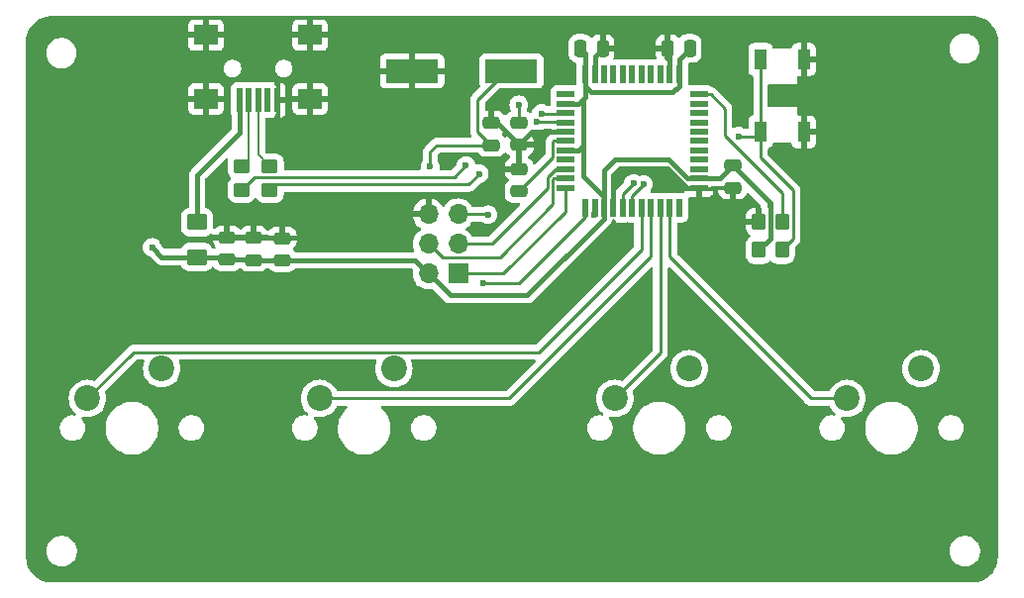
<source format=gbr>
%TF.GenerationSoftware,KiCad,Pcbnew,8.0.6*%
%TF.CreationDate,2025-02-27T22:11:00+05:30*%
%TF.ProjectId,muse-dash-pcb,6d757365-2d64-4617-9368-2d7063622e6b,rev?*%
%TF.SameCoordinates,Original*%
%TF.FileFunction,Copper,L1,Top*%
%TF.FilePolarity,Positive*%
%FSLAX46Y46*%
G04 Gerber Fmt 4.6, Leading zero omitted, Abs format (unit mm)*
G04 Created by KiCad (PCBNEW 8.0.6) date 2025-02-27 22:11:00*
%MOMM*%
%LPD*%
G01*
G04 APERTURE LIST*
G04 Aperture macros list*
%AMRoundRect*
0 Rectangle with rounded corners*
0 $1 Rounding radius*
0 $2 $3 $4 $5 $6 $7 $8 $9 X,Y pos of 4 corners*
0 Add a 4 corners polygon primitive as box body*
4,1,4,$2,$3,$4,$5,$6,$7,$8,$9,$2,$3,0*
0 Add four circle primitives for the rounded corners*
1,1,$1+$1,$2,$3*
1,1,$1+$1,$4,$5*
1,1,$1+$1,$6,$7*
1,1,$1+$1,$8,$9*
0 Add four rect primitives between the rounded corners*
20,1,$1+$1,$2,$3,$4,$5,0*
20,1,$1+$1,$4,$5,$6,$7,0*
20,1,$1+$1,$6,$7,$8,$9,0*
20,1,$1+$1,$8,$9,$2,$3,0*%
G04 Aperture macros list end*
%TA.AperFunction,SMDPad,CuDef*%
%ADD10RoundRect,0.250000X-0.350000X-0.450000X0.350000X-0.450000X0.350000X0.450000X-0.350000X0.450000X0*%
%TD*%
%TA.AperFunction,ComponentPad*%
%ADD11C,2.200000*%
%TD*%
%TA.AperFunction,SMDPad,CuDef*%
%ADD12RoundRect,0.250000X0.475000X-0.250000X0.475000X0.250000X-0.475000X0.250000X-0.475000X-0.250000X0*%
%TD*%
%TA.AperFunction,SMDPad,CuDef*%
%ADD13RoundRect,0.250000X-0.475000X0.250000X-0.475000X-0.250000X0.475000X-0.250000X0.475000X0.250000X0*%
%TD*%
%TA.AperFunction,SMDPad,CuDef*%
%ADD14RoundRect,0.250000X-0.450000X0.350000X-0.450000X-0.350000X0.450000X-0.350000X0.450000X0.350000X0*%
%TD*%
%TA.AperFunction,SMDPad,CuDef*%
%ADD15R,4.500000X2.000000*%
%TD*%
%TA.AperFunction,SMDPad,CuDef*%
%ADD16RoundRect,0.250000X-0.250000X-0.475000X0.250000X-0.475000X0.250000X0.475000X-0.250000X0.475000X0*%
%TD*%
%TA.AperFunction,ComponentPad*%
%ADD17R,1.700000X1.700000*%
%TD*%
%TA.AperFunction,ComponentPad*%
%ADD18O,1.700000X1.700000*%
%TD*%
%TA.AperFunction,SMDPad,CuDef*%
%ADD19R,1.100000X1.800000*%
%TD*%
%TA.AperFunction,SMDPad,CuDef*%
%ADD20RoundRect,0.250001X-0.624999X0.462499X-0.624999X-0.462499X0.624999X-0.462499X0.624999X0.462499X0*%
%TD*%
%TA.AperFunction,SMDPad,CuDef*%
%ADD21RoundRect,0.250000X0.250000X0.475000X-0.250000X0.475000X-0.250000X-0.475000X0.250000X-0.475000X0*%
%TD*%
%TA.AperFunction,SMDPad,CuDef*%
%ADD22R,0.500000X2.000000*%
%TD*%
%TA.AperFunction,SMDPad,CuDef*%
%ADD23R,2.000000X1.700000*%
%TD*%
%TA.AperFunction,SMDPad,CuDef*%
%ADD24R,1.500000X0.550000*%
%TD*%
%TA.AperFunction,SMDPad,CuDef*%
%ADD25R,0.550000X1.500000*%
%TD*%
%TA.AperFunction,SMDPad,CuDef*%
%ADD26RoundRect,0.250000X0.350000X0.450000X-0.350000X0.450000X-0.350000X-0.450000X0.350000X-0.450000X0*%
%TD*%
%TA.AperFunction,ViaPad*%
%ADD27C,0.600000*%
%TD*%
%TA.AperFunction,Conductor*%
%ADD28C,0.381000*%
%TD*%
%TA.AperFunction,Conductor*%
%ADD29C,0.254000*%
%TD*%
%TA.AperFunction,Conductor*%
%ADD30C,0.200000*%
%TD*%
G04 APERTURE END LIST*
D10*
%TO.P,R3,1*%
%TO.N,+5V*%
X216281250Y-73818750D03*
%TO.P,R3,2*%
%TO.N,RESET*%
X218281250Y-73818750D03*
%TD*%
D11*
%TO.P,SW1,1*%
%TO.N,Net-(D1-A)*%
X165258750Y-83978750D03*
%TO.P,SW1,2*%
%TO.N,SW1*%
X158908750Y-86518750D03*
%TD*%
D12*
%TO.P,C6,1*%
%TO.N,Net-(U1-UCAP)*%
X195812500Y-68806250D03*
%TO.P,C6,2*%
%TO.N,GND*%
X195812500Y-66906250D03*
%TD*%
D13*
%TO.P,C3,1*%
%TO.N,GND*%
X193446400Y-62956400D03*
%TO.P,C3,2*%
%TO.N,Net-(U1-XTAL2)*%
X193446400Y-64856400D03*
%TD*%
D12*
%TO.P,C9,1*%
%TO.N,+5V*%
X175564800Y-74711600D03*
%TO.P,C9,2*%
%TO.N,GND*%
X175564800Y-72811600D03*
%TD*%
%TO.P,C2,1*%
%TO.N,GND*%
X195812500Y-64837500D03*
%TO.P,C2,2*%
%TO.N,Net-(U1-XTAL1)*%
X195812500Y-62937500D03*
%TD*%
D14*
%TO.P,R2,1*%
%TO.N,D-*%
X172085000Y-66675000D03*
%TO.P,R2,2*%
%TO.N,Net-(U1-D-)*%
X172085000Y-68675000D03*
%TD*%
%TO.P,R1,1*%
%TO.N,D+*%
X174498000Y-66675000D03*
%TO.P,R1,2*%
%TO.N,Net-(U1-D+)*%
X174498000Y-68675000D03*
%TD*%
D15*
%TO.P,Y1,1,1*%
%TO.N,Net-(U1-XTAL2)*%
X195156400Y-58521600D03*
%TO.P,Y1,2,2*%
%TO.N,GND*%
X186656400Y-58521600D03*
%TD*%
D13*
%TO.P,C7,1*%
%TO.N,+5V*%
X214068750Y-66593750D03*
%TO.P,C7,2*%
%TO.N,GND*%
X214068750Y-68493750D03*
%TD*%
%TO.P,C8,1*%
%TO.N,GND*%
X173126400Y-72776000D03*
%TO.P,C8,2*%
%TO.N,+5V*%
X173126400Y-74676000D03*
%TD*%
D16*
%TO.P,C1,1*%
%TO.N,+5V*%
X201056250Y-56587500D03*
%TO.P,C1,2*%
%TO.N,GND*%
X202956250Y-56587500D03*
%TD*%
D17*
%TO.P,J1,1,MISO*%
%TO.N,MISO*%
X190601600Y-75844400D03*
D18*
%TO.P,J1,2,VCC*%
%TO.N,+5V*%
X188061600Y-75844400D03*
%TO.P,J1,3,SCK*%
%TO.N,SCK*%
X190601600Y-73304400D03*
%TO.P,J1,4,MOSI*%
%TO.N,MOSI*%
X188061600Y-73304400D03*
%TO.P,J1,5,~{RST}*%
%TO.N,RESET*%
X190601600Y-70764400D03*
%TO.P,J1,6,GND*%
%TO.N,GND*%
X188061600Y-70764400D03*
%TD*%
D11*
%TO.P,SW3,1*%
%TO.N,Net-(D3-A)*%
X210343750Y-83978750D03*
%TO.P,SW3,2*%
%TO.N,SW3*%
X203993750Y-86518750D03*
%TD*%
%TO.P,SW4,1*%
%TO.N,Net-(D4-A)*%
X230187500Y-83978750D03*
%TO.P,SW4,2*%
%TO.N,SW4*%
X223837500Y-86518750D03*
%TD*%
D19*
%TO.P,SW0,1,1*%
%TO.N,GND*%
X220150000Y-57531250D03*
X220150000Y-63731250D03*
%TO.P,SW0,2,2*%
%TO.N,RESET*%
X216450000Y-57531250D03*
X216450000Y-63731250D03*
%TD*%
D20*
%TO.P,F1,1*%
%TO.N,VCC*%
X168275000Y-71447000D03*
%TO.P,F1,2*%
%TO.N,+5V*%
X168275000Y-74422000D03*
%TD*%
D12*
%TO.P,C5,1*%
%TO.N,+5V*%
X170840400Y-74645600D03*
%TO.P,C5,2*%
%TO.N,GND*%
X170840400Y-72745600D03*
%TD*%
D11*
%TO.P,SW2,1*%
%TO.N,Net-(D2-A)*%
X185102500Y-83978750D03*
%TO.P,SW2,2*%
%TO.N,SW2*%
X178752500Y-86518750D03*
%TD*%
D21*
%TO.P,C4,1*%
%TO.N,+5V*%
X210412500Y-56587500D03*
%TO.P,C4,2*%
%TO.N,GND*%
X208512500Y-56587500D03*
%TD*%
D22*
%TO.P,USB1,1,GND*%
%TO.N,GND*%
X175100000Y-61000000D03*
%TO.P,USB1,2,ID*%
%TO.N,unconnected-(USB1-ID-Pad2)*%
X174300000Y-61000000D03*
%TO.P,USB1,3,D+*%
%TO.N,D+*%
X173500000Y-61000000D03*
%TO.P,USB1,4,D-*%
%TO.N,D-*%
X172700000Y-61000000D03*
%TO.P,USB1,5,VBUS*%
%TO.N,VCC*%
X171900000Y-61000000D03*
D23*
%TO.P,USB1,6,SHIELD*%
%TO.N,GND*%
X177950000Y-60900000D03*
X177950000Y-55450000D03*
X169050000Y-60900000D03*
X169050000Y-55450000D03*
%TD*%
D24*
%TO.P,U1,1,PE6*%
%TO.N,unconnected-(U1-PE6-Pad1)*%
X199781250Y-60512500D03*
%TO.P,U1,2,UVCC*%
%TO.N,+5V*%
X199781250Y-61312500D03*
%TO.P,U1,3,D-*%
%TO.N,Net-(U1-D-)*%
X199781250Y-62112500D03*
%TO.P,U1,4,D+*%
%TO.N,Net-(U1-D+)*%
X199781250Y-62912500D03*
%TO.P,U1,5,UGND*%
%TO.N,GND*%
X199781250Y-63712500D03*
%TO.P,U1,6,UCAP*%
%TO.N,Net-(U1-UCAP)*%
X199781250Y-64512500D03*
%TO.P,U1,7,VBUS*%
%TO.N,+5V*%
X199781250Y-65312500D03*
%TO.P,U1,8,PB0*%
%TO.N,unconnected-(U1-PB0-Pad8)*%
X199781250Y-66112500D03*
%TO.P,U1,9,PB1*%
%TO.N,SCK*%
X199781250Y-66912500D03*
%TO.P,U1,10,PB2*%
%TO.N,MOSI*%
X199781250Y-67712500D03*
%TO.P,U1,11,PB3*%
%TO.N,MISO*%
X199781250Y-68512500D03*
D25*
%TO.P,U1,12,PB7*%
%TO.N,UNDERGLOW*%
X201481250Y-70212500D03*
%TO.P,U1,13,~{RESET}*%
%TO.N,RESET*%
X202281250Y-70212500D03*
%TO.P,U1,14,VCC*%
%TO.N,+5V*%
X203081250Y-70212500D03*
%TO.P,U1,15,GND*%
%TO.N,GND*%
X203881250Y-70212500D03*
%TO.P,U1,16,XTAL2*%
%TO.N,Net-(U1-XTAL2)*%
X204681250Y-70212500D03*
%TO.P,U1,17,XTAL1*%
%TO.N,Net-(U1-XTAL1)*%
X205481250Y-70212500D03*
%TO.P,U1,18,PD0*%
%TO.N,SW1*%
X206281250Y-70212500D03*
%TO.P,U1,19,PD1*%
%TO.N,SW2*%
X207081250Y-70212500D03*
%TO.P,U1,20,PD2*%
%TO.N,SW3*%
X207881250Y-70212500D03*
%TO.P,U1,21,PD3*%
%TO.N,SW4*%
X208681250Y-70212500D03*
%TO.P,U1,22,PD5*%
%TO.N,unconnected-(U1-PD5-Pad22)*%
X209481250Y-70212500D03*
D24*
%TO.P,U1,23,GND*%
%TO.N,GND*%
X211181250Y-68512500D03*
%TO.P,U1,24,AVCC*%
%TO.N,+5V*%
X211181250Y-67712500D03*
%TO.P,U1,25,PD4*%
%TO.N,unconnected-(U1-PD4-Pad25)*%
X211181250Y-66912500D03*
%TO.P,U1,26,PD6*%
%TO.N,unconnected-(U1-PD6-Pad26)*%
X211181250Y-66112500D03*
%TO.P,U1,27,PD7*%
%TO.N,unconnected-(U1-PD7-Pad27)*%
X211181250Y-65312500D03*
%TO.P,U1,28,PB4*%
%TO.N,unconnected-(U1-PB4-Pad28)*%
X211181250Y-64512500D03*
%TO.P,U1,29,PB5*%
%TO.N,unconnected-(U1-PB5-Pad29)*%
X211181250Y-63712500D03*
%TO.P,U1,30,PB6*%
%TO.N,unconnected-(U1-PB6-Pad30)*%
X211181250Y-62912500D03*
%TO.P,U1,31,PC6*%
%TO.N,unconnected-(U1-PC6-Pad31)*%
X211181250Y-62112500D03*
%TO.P,U1,32,PC7*%
%TO.N,unconnected-(U1-PC7-Pad32)*%
X211181250Y-61312500D03*
%TO.P,U1,33,~{HWB}/PE2*%
%TO.N,Net-(U1-~{HWB}{slash}PE2)*%
X211181250Y-60512500D03*
D25*
%TO.P,U1,34,VCC*%
%TO.N,+5V*%
X209481250Y-58812500D03*
%TO.P,U1,35,GND*%
%TO.N,GND*%
X208681250Y-58812500D03*
%TO.P,U1,36,PF7*%
%TO.N,unconnected-(U1-PF7-Pad36)*%
X207881250Y-58812500D03*
%TO.P,U1,37,PF6*%
%TO.N,unconnected-(U1-PF6-Pad37)*%
X207081250Y-58812500D03*
%TO.P,U1,38,PF5*%
%TO.N,unconnected-(U1-PF5-Pad38)*%
X206281250Y-58812500D03*
%TO.P,U1,39,PF4*%
%TO.N,unconnected-(U1-PF4-Pad39)*%
X205481250Y-58812500D03*
%TO.P,U1,40,PF1*%
%TO.N,unconnected-(U1-PF1-Pad40)*%
X204681250Y-58812500D03*
%TO.P,U1,41,PF0*%
%TO.N,unconnected-(U1-PF0-Pad41)*%
X203881250Y-58812500D03*
%TO.P,U1,42,AREF*%
%TO.N,unconnected-(U1-AREF-Pad42)*%
X203081250Y-58812500D03*
%TO.P,U1,43,GND*%
%TO.N,GND*%
X202281250Y-58812500D03*
%TO.P,U1,44,AVCC*%
%TO.N,+5V*%
X201481250Y-58812500D03*
%TD*%
D26*
%TO.P,R4,1*%
%TO.N,Net-(U1-~{HWB}{slash}PE2)*%
X218281250Y-71437500D03*
%TO.P,R4,2*%
%TO.N,GND*%
X216281250Y-71437500D03*
%TD*%
D27*
%TO.N,+5V*%
X217271750Y-70002250D03*
X164439600Y-73609200D03*
%TO.N,Net-(U1-XTAL1)*%
X206451200Y-68224400D03*
X195783200Y-61417200D03*
%TO.N,Net-(U1-XTAL2)*%
X188214000Y-66675000D03*
X205587600Y-68122800D03*
%TO.N,Net-(U1-D+)*%
X197358000Y-62865000D03*
X192405000Y-67310000D03*
%TO.N,Net-(U1-D-)*%
X197715003Y-62149075D03*
X191262000Y-66598800D03*
%TO.N,RESET*%
X214579200Y-64109600D03*
X193141600Y-70815200D03*
X202256252Y-70815200D03*
%TO.N,UNDERGLOW*%
X192786000Y-76657200D03*
%TD*%
D28*
%TO.N,+5V*%
X217271750Y-69796750D02*
X214068750Y-66593750D01*
X211181250Y-67712500D02*
X212598000Y-67712500D01*
X212598000Y-67712500D02*
X212950000Y-67712500D01*
X201481250Y-59818500D02*
X201481250Y-58812500D01*
X170616800Y-74422000D02*
X170840400Y-74645600D01*
X170840400Y-74645600D02*
X173096000Y-74645600D01*
X203081250Y-69274050D02*
X203081250Y-70212500D01*
X201481250Y-60743500D02*
X201317975Y-60906775D01*
X200912250Y-65312500D02*
X199781250Y-65312500D01*
X209481250Y-58812500D02*
X209481250Y-59818500D01*
X173096000Y-74645600D02*
X173126400Y-74676000D01*
D29*
X201481250Y-57012500D02*
X201056250Y-56587500D01*
D28*
X175529200Y-74676000D02*
X175564800Y-74711600D01*
X201320400Y-64909200D02*
X201320400Y-67513200D01*
X201317975Y-60906775D02*
X200912250Y-61312500D01*
X202013150Y-60350400D02*
X201481250Y-59818500D01*
X196515100Y-77703300D02*
X203081250Y-71137150D01*
X209481250Y-57518750D02*
X210412500Y-56587500D01*
X201481250Y-58812500D02*
X201481250Y-60743500D01*
X217271750Y-70002250D02*
X217271750Y-69796750D01*
X201481250Y-58812500D02*
X201481250Y-57012500D01*
X165252400Y-74422000D02*
X168275000Y-74422000D01*
X204012800Y-66090800D02*
X208606600Y-66090800D01*
X173126400Y-74676000D02*
X175529200Y-74676000D01*
X168275000Y-74422000D02*
X170616800Y-74422000D01*
X203081250Y-70212500D02*
X203081250Y-67022350D01*
X210228300Y-67712500D02*
X211181250Y-67712500D01*
X212950000Y-67712500D02*
X214068750Y-66593750D01*
X200912250Y-61312500D02*
X199781250Y-61312500D01*
X175564800Y-74711600D02*
X186928800Y-74711600D01*
X203081250Y-71137150D02*
X203081250Y-70212500D01*
X188061600Y-75844400D02*
X189920500Y-77703300D01*
X186928800Y-74711600D02*
X188061600Y-75844400D01*
X208606600Y-66090800D02*
X210228300Y-67712500D01*
X201317975Y-60906775D02*
X201317975Y-64906775D01*
X164439600Y-73609200D02*
X165252400Y-74422000D01*
X201320400Y-67513200D02*
X203081250Y-69274050D01*
X217271750Y-70002250D02*
X217271750Y-72828250D01*
X201317975Y-64906775D02*
X201320400Y-64909200D01*
X209481250Y-59818500D02*
X208949350Y-60350400D01*
X209481250Y-58812500D02*
X209481250Y-57518750D01*
X208949350Y-60350400D02*
X202013150Y-60350400D01*
X217271750Y-72828250D02*
X216281250Y-73818750D01*
X189920500Y-77703300D02*
X196515100Y-77703300D01*
X203081250Y-67022350D02*
X204012800Y-66090800D01*
X201317975Y-64906775D02*
X200912250Y-65312500D01*
%TO.N,GND*%
X203881250Y-67441550D02*
X204470000Y-66852800D01*
X199781250Y-63712500D02*
X196937500Y-63712500D01*
X193931400Y-62956400D02*
X195812500Y-64837500D01*
X202281250Y-57262500D02*
X202956250Y-56587500D01*
X203881250Y-70212500D02*
X203881250Y-67441550D01*
X202281250Y-58812500D02*
X202281250Y-57262500D01*
X210193700Y-68512500D02*
X211181250Y-68512500D01*
X193446400Y-62956400D02*
X193931400Y-62956400D01*
X208512500Y-56587500D02*
X208681250Y-56756250D01*
X204470000Y-66852800D02*
X208534000Y-66852800D01*
X208534000Y-66852800D02*
X210193700Y-68512500D01*
X208681250Y-56756250D02*
X208681250Y-58812500D01*
X196937500Y-63712500D02*
X195812500Y-64837500D01*
D29*
%TO.N,Net-(U1-XTAL1)*%
X205481250Y-69194350D02*
X205481250Y-70212500D01*
X195783200Y-61417200D02*
X195783200Y-62908200D01*
X206451200Y-68224400D02*
X205481250Y-69194350D01*
X195783200Y-62908200D02*
X195812500Y-62937500D01*
X195456250Y-62581250D02*
X195812500Y-62937500D01*
%TO.N,Net-(U1-XTAL2)*%
X205587600Y-68122800D02*
X204681250Y-69029150D01*
X192278000Y-63688000D02*
X193446400Y-64856400D01*
X188214000Y-65430400D02*
X188788000Y-64856400D01*
X194716400Y-58521600D02*
X192278000Y-60960000D01*
X192278000Y-60960000D02*
X192278000Y-63688000D01*
X204681250Y-69029150D02*
X204681250Y-70212500D01*
X188788000Y-64856400D02*
X193446400Y-64856400D01*
X188214000Y-66675000D02*
X188214000Y-65430400D01*
X195156400Y-58521600D02*
X194716400Y-58521600D01*
%TO.N,Net-(U1-UCAP)*%
X198704250Y-64566750D02*
X198758500Y-64512500D01*
X195812500Y-68806250D02*
X198704250Y-65914500D01*
X198704250Y-65914500D02*
X198704250Y-64566750D01*
X198758500Y-64512500D02*
X199781250Y-64512500D01*
%TO.N,unconnected-(U1-PD5-Pad22)*%
X209550000Y-70143750D02*
X209481250Y-70212500D01*
D28*
%TO.N,VCC*%
X171900000Y-61000000D02*
X171900000Y-63800000D01*
X168275000Y-67425000D02*
X168275000Y-71447000D01*
X171900000Y-63800000D02*
X168275000Y-67425000D01*
D30*
%TO.N,D+*%
X173500000Y-65677000D02*
X174498000Y-66675000D01*
X173500000Y-61000000D02*
X173500000Y-65677000D01*
D29*
%TO.N,Net-(U1-D+)*%
X174498000Y-68675000D02*
X174948600Y-68224400D01*
X199733750Y-62865000D02*
X199781250Y-62912500D01*
X174948600Y-68224400D02*
X191490600Y-68224400D01*
X191490600Y-68224400D02*
X192405000Y-67310000D01*
X197358000Y-62865000D02*
X199733750Y-62865000D01*
%TO.N,Net-(U1-D-)*%
X191262000Y-66598800D02*
X190258800Y-67602000D01*
X197715003Y-62149075D02*
X199744675Y-62149075D01*
X199744675Y-62149075D02*
X199781250Y-62112500D01*
X190258800Y-67602000D02*
X173158000Y-67602000D01*
X173158000Y-67602000D02*
X172085000Y-68675000D01*
D30*
%TO.N,D-*%
X172700000Y-61000000D02*
X172700000Y-66060000D01*
X172700000Y-66060000D02*
X172085000Y-66675000D01*
D29*
%TO.N,RESET*%
X202256252Y-70815200D02*
X202281250Y-70790202D01*
X190601600Y-70764400D02*
X193090800Y-70764400D01*
X216450000Y-65929600D02*
X219208250Y-68687850D01*
X219208250Y-72891750D02*
X218281250Y-73818750D01*
X216450000Y-63731250D02*
X216450000Y-65929600D01*
X216071650Y-64109600D02*
X216450000Y-63731250D01*
X214579200Y-64109600D02*
X216071650Y-64109600D01*
X193090800Y-70764400D02*
X193141600Y-70815200D01*
X219208250Y-68687850D02*
X219208250Y-72891750D01*
X202281250Y-70790202D02*
X202281250Y-70212500D01*
X216450000Y-57531250D02*
X216450000Y-63731250D01*
%TO.N,Net-(U1-~{HWB}{slash}PE2)*%
X218281250Y-71437500D02*
X218281250Y-68929250D01*
X212185250Y-60512500D02*
X211181250Y-60512500D01*
X213410800Y-64058800D02*
X213410800Y-61738050D01*
X213410800Y-61738050D02*
X212185250Y-60512500D01*
X218281250Y-68929250D02*
X213410800Y-64058800D01*
%TO.N,SW1*%
X162875750Y-82551750D02*
X158908750Y-86518750D01*
X206281250Y-70212500D02*
X206281250Y-73779150D01*
X206281250Y-73779150D02*
X197508650Y-82551750D01*
X197508650Y-82551750D02*
X162875750Y-82551750D01*
%TO.N,SW2*%
X207081250Y-70212500D02*
X207081250Y-74401550D01*
X194964050Y-86518750D02*
X178752500Y-86518750D01*
X207081250Y-74401550D02*
X194964050Y-86518750D01*
%TO.N,SW3*%
X207881250Y-82631250D02*
X203993750Y-86518750D01*
X207881250Y-70212500D02*
X207881250Y-82631250D01*
%TO.N,SW4*%
X220783150Y-86518750D02*
X223837500Y-86518750D01*
X208681250Y-74416850D02*
X220783150Y-86518750D01*
X208681250Y-70212500D02*
X208681250Y-74416850D01*
%TO.N,MOSI*%
X188061600Y-73304400D02*
X189238600Y-74481400D01*
X198704250Y-67785500D02*
X198777250Y-67712500D01*
X198777250Y-67712500D02*
X199781250Y-67712500D01*
X194149000Y-74481400D02*
X198704250Y-69926150D01*
X198704250Y-69926150D02*
X198704250Y-67785500D01*
X189238600Y-74481400D02*
X194149000Y-74481400D01*
%TO.N,MISO*%
X190601600Y-75844400D02*
X194462400Y-75844400D01*
X194462400Y-75844400D02*
X199781250Y-70525550D01*
X199781250Y-70525550D02*
X199781250Y-68512500D01*
%TO.N,SCK*%
X198935197Y-66912500D02*
X199781250Y-66912500D01*
X190601600Y-73304400D02*
X193497200Y-73304400D01*
X198250250Y-68551350D02*
X198250250Y-67597447D01*
X198250250Y-67597447D02*
X198935197Y-66912500D01*
X193497200Y-73304400D02*
X198250250Y-68551350D01*
%TO.N,UNDERGLOW*%
X192786000Y-76657200D02*
X195783200Y-76657200D01*
X195783200Y-76657200D02*
X201481250Y-70959150D01*
X201481250Y-70959150D02*
X201481250Y-70212500D01*
%TD*%
%TA.AperFunction,Conductor*%
%TO.N,GND*%
G36*
X194714438Y-63619138D02*
G01*
X194740524Y-63649243D01*
X194741218Y-63650369D01*
X194744788Y-63656156D01*
X194868844Y-63780212D01*
X194872128Y-63782237D01*
X194872153Y-63782253D01*
X194873945Y-63784246D01*
X194874511Y-63784693D01*
X194874434Y-63784789D01*
X194918879Y-63834199D01*
X194930103Y-63903161D01*
X194902261Y-63967244D01*
X194872165Y-63993326D01*
X194869160Y-63995179D01*
X194869155Y-63995183D01*
X194745183Y-64119155D01*
X194729451Y-64144660D01*
X194677501Y-64191383D01*
X194608538Y-64202603D01*
X194544457Y-64174758D01*
X194518374Y-64144654D01*
X194514112Y-64137744D01*
X194390056Y-64013688D01*
X194386742Y-64011643D01*
X194384946Y-64009648D01*
X194384389Y-64009207D01*
X194384464Y-64009111D01*
X194340018Y-63959697D01*
X194328797Y-63890734D01*
X194356640Y-63826652D01*
X194386748Y-63800565D01*
X194389742Y-63798718D01*
X194513717Y-63674743D01*
X194529446Y-63649243D01*
X194581394Y-63602518D01*
X194650356Y-63591295D01*
X194714438Y-63619138D01*
G37*
%TD.AperFunction*%
%TA.AperFunction,Conductor*%
G36*
X234591844Y-53800724D02*
G01*
X234841802Y-53815847D01*
X234856653Y-53817652D01*
X235099234Y-53862111D01*
X235113760Y-53865690D01*
X235349225Y-53939068D01*
X235363219Y-53944377D01*
X235588105Y-54045593D01*
X235601364Y-54052552D01*
X235812411Y-54180138D01*
X235824734Y-54188644D01*
X236018862Y-54340737D01*
X236030070Y-54350666D01*
X236204461Y-54525059D01*
X236214384Y-54536260D01*
X236366481Y-54730401D01*
X236374982Y-54742717D01*
X236502562Y-54953763D01*
X236509521Y-54967021D01*
X236610740Y-55191922D01*
X236616049Y-55205923D01*
X236689414Y-55441362D01*
X236692998Y-55455901D01*
X236737451Y-55698480D01*
X236739256Y-55713344D01*
X236748655Y-55868713D01*
X236754158Y-55959700D01*
X236754419Y-55964005D01*
X236754645Y-55971512D01*
X236747686Y-100021773D01*
X236747675Y-100021943D01*
X236747675Y-100091194D01*
X236747424Y-100099076D01*
X236730800Y-100360007D01*
X236728800Y-100375641D01*
X236679961Y-100628470D01*
X236675994Y-100643726D01*
X236595471Y-100888325D01*
X236589600Y-100902954D01*
X236478701Y-101135354D01*
X236471022Y-101149120D01*
X236331534Y-101365577D01*
X236322171Y-101378257D01*
X236156352Y-101575269D01*
X236145456Y-101586659D01*
X235955979Y-101761045D01*
X235943725Y-101770961D01*
X235733661Y-101919897D01*
X235720250Y-101928178D01*
X235492991Y-102049262D01*
X235478636Y-102055775D01*
X235237845Y-102147052D01*
X235222781Y-102151691D01*
X234972362Y-102211683D01*
X234956830Y-102214374D01*
X234728432Y-102239120D01*
X234722456Y-102239768D01*
X234703895Y-102241779D01*
X234690538Y-102242500D01*
X156021901Y-102242500D01*
X155996025Y-102239769D01*
X155996020Y-102239768D01*
X155946282Y-102242335D01*
X155939893Y-102242500D01*
X155882006Y-102242500D01*
X155882006Y-102242478D01*
X155879728Y-102242615D01*
X155669728Y-102240336D01*
X155654305Y-102239204D01*
X155403872Y-102205023D01*
X155388710Y-102201980D01*
X155144487Y-102136895D01*
X155129822Y-102131989D01*
X154895590Y-102037009D01*
X154881649Y-102030316D01*
X154661059Y-101906919D01*
X154648069Y-101898548D01*
X154444547Y-101748647D01*
X154432694Y-101738719D01*
X154272584Y-101586659D01*
X154249422Y-101564661D01*
X154238898Y-101553336D01*
X154186990Y-101489978D01*
X154078718Y-101357822D01*
X154069685Y-101345276D01*
X153937609Y-101135354D01*
X153935081Y-101131334D01*
X153927684Y-101117770D01*
X153820751Y-100888728D01*
X153815103Y-100874352D01*
X153737512Y-100633787D01*
X153733696Y-100618816D01*
X153686654Y-100370478D01*
X153684729Y-100355139D01*
X153668810Y-100100423D01*
X153668570Y-100092748D01*
X153668570Y-100029245D01*
X153668570Y-100021380D01*
X153668528Y-100020755D01*
X153668210Y-99465648D01*
X155417500Y-99465648D01*
X155417500Y-99670351D01*
X155449522Y-99872534D01*
X155512781Y-100067223D01*
X155605715Y-100249613D01*
X155726028Y-100415213D01*
X155870786Y-100559971D01*
X156025749Y-100672556D01*
X156036390Y-100680287D01*
X156152607Y-100739503D01*
X156218776Y-100773218D01*
X156218778Y-100773218D01*
X156218781Y-100773220D01*
X156323137Y-100807127D01*
X156413465Y-100836477D01*
X156514557Y-100852488D01*
X156615648Y-100868500D01*
X156615649Y-100868500D01*
X156820351Y-100868500D01*
X156820352Y-100868500D01*
X157022534Y-100836477D01*
X157217219Y-100773220D01*
X157399610Y-100680287D01*
X157503229Y-100605004D01*
X157565213Y-100559971D01*
X157565215Y-100559968D01*
X157565219Y-100559966D01*
X157709966Y-100415219D01*
X157709968Y-100415215D01*
X157709971Y-100415213D01*
X157762732Y-100342590D01*
X157830287Y-100249610D01*
X157923220Y-100067219D01*
X157986477Y-99872534D01*
X158018500Y-99670352D01*
X158018500Y-99465648D01*
X232633500Y-99465648D01*
X232633500Y-99670351D01*
X232665522Y-99872534D01*
X232728781Y-100067223D01*
X232821715Y-100249613D01*
X232942028Y-100415213D01*
X233086786Y-100559971D01*
X233241749Y-100672556D01*
X233252390Y-100680287D01*
X233368607Y-100739503D01*
X233434776Y-100773218D01*
X233434778Y-100773218D01*
X233434781Y-100773220D01*
X233539137Y-100807127D01*
X233629465Y-100836477D01*
X233730557Y-100852488D01*
X233831648Y-100868500D01*
X233831649Y-100868500D01*
X234036351Y-100868500D01*
X234036352Y-100868500D01*
X234238534Y-100836477D01*
X234433219Y-100773220D01*
X234615610Y-100680287D01*
X234719229Y-100605004D01*
X234781213Y-100559971D01*
X234781215Y-100559968D01*
X234781219Y-100559966D01*
X234925966Y-100415219D01*
X234925968Y-100415215D01*
X234925971Y-100415213D01*
X234978732Y-100342590D01*
X235046287Y-100249610D01*
X235139220Y-100067219D01*
X235202477Y-99872534D01*
X235234500Y-99670352D01*
X235234500Y-99465648D01*
X235202477Y-99263466D01*
X235139220Y-99068781D01*
X235139218Y-99068778D01*
X235139218Y-99068776D01*
X235105503Y-99002607D01*
X235046287Y-98886390D01*
X235038556Y-98875749D01*
X234925971Y-98720786D01*
X234781213Y-98576028D01*
X234615613Y-98455715D01*
X234615612Y-98455714D01*
X234615610Y-98455713D01*
X234558653Y-98426691D01*
X234433223Y-98362781D01*
X234238534Y-98299522D01*
X234063995Y-98271878D01*
X234036352Y-98267500D01*
X233831648Y-98267500D01*
X233807329Y-98271351D01*
X233629465Y-98299522D01*
X233434776Y-98362781D01*
X233252386Y-98455715D01*
X233086786Y-98576028D01*
X232942028Y-98720786D01*
X232821715Y-98886386D01*
X232728781Y-99068776D01*
X232665522Y-99263465D01*
X232633500Y-99465648D01*
X158018500Y-99465648D01*
X157986477Y-99263466D01*
X157923220Y-99068781D01*
X157923218Y-99068778D01*
X157923218Y-99068776D01*
X157889503Y-99002607D01*
X157830287Y-98886390D01*
X157822556Y-98875749D01*
X157709971Y-98720786D01*
X157565213Y-98576028D01*
X157399613Y-98455715D01*
X157399612Y-98455714D01*
X157399610Y-98455713D01*
X157342653Y-98426691D01*
X157217223Y-98362781D01*
X157022534Y-98299522D01*
X156847995Y-98271878D01*
X156820352Y-98267500D01*
X156615648Y-98267500D01*
X156591329Y-98271351D01*
X156413465Y-98299522D01*
X156218776Y-98362781D01*
X156036386Y-98455715D01*
X155870786Y-98576028D01*
X155726028Y-98720786D01*
X155605715Y-98886386D01*
X155512781Y-99068776D01*
X155449522Y-99263465D01*
X155417500Y-99465648D01*
X153668210Y-99465648D01*
X153667879Y-98886390D01*
X153662211Y-88972139D01*
X156538250Y-88972139D01*
X156538250Y-89145361D01*
X156565348Y-89316451D01*
X156618877Y-89481195D01*
X156697518Y-89635538D01*
X156799336Y-89775678D01*
X156921822Y-89898164D01*
X157061962Y-89999982D01*
X157216305Y-90078623D01*
X157381049Y-90132152D01*
X157552139Y-90159250D01*
X157552140Y-90159250D01*
X157725360Y-90159250D01*
X157725361Y-90159250D01*
X157896451Y-90132152D01*
X158061195Y-90078623D01*
X158215538Y-89999982D01*
X158355678Y-89898164D01*
X158478164Y-89775678D01*
X158579982Y-89635538D01*
X158658623Y-89481195D01*
X158712152Y-89316451D01*
X158739250Y-89145361D01*
X158739250Y-88972139D01*
X158729604Y-88911236D01*
X160468250Y-88911236D01*
X160468250Y-89206263D01*
X160500321Y-89449863D01*
X160506757Y-89498743D01*
X160580962Y-89775680D01*
X160583111Y-89783701D01*
X160583114Y-89783711D01*
X160696004Y-90056250D01*
X160696008Y-90056260D01*
X160843511Y-90311743D01*
X161023102Y-90545790D01*
X161023108Y-90545797D01*
X161231702Y-90754391D01*
X161231709Y-90754397D01*
X161465756Y-90933988D01*
X161721239Y-91081491D01*
X161721240Y-91081491D01*
X161721243Y-91081493D01*
X161993798Y-91194389D01*
X162278757Y-91270743D01*
X162571244Y-91309250D01*
X162571251Y-91309250D01*
X162866249Y-91309250D01*
X162866256Y-91309250D01*
X163158743Y-91270743D01*
X163443702Y-91194389D01*
X163716257Y-91081493D01*
X163971744Y-90933988D01*
X164205792Y-90754396D01*
X164414396Y-90545792D01*
X164593988Y-90311744D01*
X164741493Y-90056257D01*
X164854389Y-89783702D01*
X164930743Y-89498743D01*
X164969250Y-89206256D01*
X164969250Y-88972139D01*
X166698250Y-88972139D01*
X166698250Y-89145361D01*
X166725348Y-89316451D01*
X166778877Y-89481195D01*
X166857518Y-89635538D01*
X166959336Y-89775678D01*
X167081822Y-89898164D01*
X167221962Y-89999982D01*
X167376305Y-90078623D01*
X167541049Y-90132152D01*
X167712139Y-90159250D01*
X167712140Y-90159250D01*
X167885360Y-90159250D01*
X167885361Y-90159250D01*
X168056451Y-90132152D01*
X168221195Y-90078623D01*
X168375538Y-89999982D01*
X168515678Y-89898164D01*
X168638164Y-89775678D01*
X168739982Y-89635538D01*
X168818623Y-89481195D01*
X168872152Y-89316451D01*
X168899250Y-89145361D01*
X168899250Y-88972139D01*
X168872152Y-88801049D01*
X168818623Y-88636305D01*
X168739982Y-88481962D01*
X168638164Y-88341822D01*
X168515678Y-88219336D01*
X168375538Y-88117518D01*
X168221195Y-88038877D01*
X168056451Y-87985348D01*
X168056449Y-87985347D01*
X168056448Y-87985347D01*
X167925021Y-87964531D01*
X167885361Y-87958250D01*
X167712139Y-87958250D01*
X167672478Y-87964531D01*
X167541052Y-87985347D01*
X167376302Y-88038878D01*
X167221961Y-88117518D01*
X167142006Y-88175609D01*
X167081822Y-88219336D01*
X167081820Y-88219338D01*
X167081819Y-88219338D01*
X166959338Y-88341819D01*
X166959338Y-88341820D01*
X166959336Y-88341822D01*
X166915609Y-88402006D01*
X166857518Y-88481961D01*
X166778878Y-88636302D01*
X166725347Y-88801052D01*
X166707896Y-88911236D01*
X166698250Y-88972139D01*
X164969250Y-88972139D01*
X164969250Y-88911244D01*
X164930743Y-88618757D01*
X164854389Y-88333798D01*
X164741493Y-88061243D01*
X164676814Y-87949216D01*
X164593988Y-87805756D01*
X164414397Y-87571709D01*
X164414391Y-87571702D01*
X164205797Y-87363108D01*
X164205790Y-87363102D01*
X163971743Y-87183511D01*
X163716260Y-87036008D01*
X163716250Y-87036004D01*
X163443711Y-86923114D01*
X163443704Y-86923112D01*
X163443702Y-86923111D01*
X163158743Y-86846757D01*
X163109863Y-86840321D01*
X162866263Y-86808250D01*
X162866256Y-86808250D01*
X162571244Y-86808250D01*
X162571236Y-86808250D01*
X162292835Y-86844903D01*
X162278757Y-86846757D01*
X162010044Y-86918758D01*
X161993798Y-86923111D01*
X161993788Y-86923114D01*
X161721249Y-87036004D01*
X161721239Y-87036008D01*
X161465756Y-87183511D01*
X161231709Y-87363102D01*
X161231702Y-87363108D01*
X161023108Y-87571702D01*
X161023102Y-87571709D01*
X160843511Y-87805756D01*
X160696008Y-88061239D01*
X160696004Y-88061249D01*
X160583114Y-88333788D01*
X160583111Y-88333798D01*
X160506758Y-88618754D01*
X160506756Y-88618765D01*
X160468250Y-88911236D01*
X158729604Y-88911236D01*
X158712152Y-88801049D01*
X158658623Y-88636305D01*
X158579982Y-88481962D01*
X158478164Y-88341822D01*
X158419982Y-88283640D01*
X158386497Y-88222317D01*
X158391481Y-88152625D01*
X158433353Y-88096692D01*
X158498817Y-88072275D01*
X158536606Y-88075384D01*
X158657602Y-88104433D01*
X158908750Y-88124199D01*
X159159898Y-88104433D01*
X159404861Y-88045623D01*
X159637609Y-87949216D01*
X159852409Y-87817586D01*
X160043974Y-87653974D01*
X160207586Y-87462409D01*
X160339216Y-87247609D01*
X160435623Y-87014861D01*
X160494433Y-86769898D01*
X160514199Y-86518750D01*
X160494433Y-86267602D01*
X160490260Y-86250221D01*
X160435624Y-86022641D01*
X160425345Y-85997825D01*
X160417876Y-85928355D01*
X160449152Y-85865876D01*
X160452196Y-85862721D01*
X163099350Y-83215569D01*
X163160673Y-83182084D01*
X163187031Y-83179250D01*
X163671965Y-83179250D01*
X163739004Y-83198935D01*
X163784759Y-83251739D01*
X163794703Y-83320897D01*
X163786526Y-83350702D01*
X163731877Y-83482635D01*
X163731877Y-83482637D01*
X163673067Y-83727598D01*
X163653301Y-83978750D01*
X163673067Y-84229901D01*
X163731876Y-84474860D01*
X163828283Y-84707609D01*
X163959910Y-84922403D01*
X163959911Y-84922406D01*
X164005065Y-84975274D01*
X164123526Y-85113974D01*
X164247561Y-85219910D01*
X164315093Y-85277588D01*
X164315096Y-85277589D01*
X164529890Y-85409216D01*
X164762639Y-85505623D01*
X165007602Y-85564433D01*
X165258750Y-85584199D01*
X165509898Y-85564433D01*
X165754861Y-85505623D01*
X165987609Y-85409216D01*
X166202409Y-85277586D01*
X166393974Y-85113974D01*
X166557586Y-84922409D01*
X166689216Y-84707609D01*
X166785623Y-84474861D01*
X166844433Y-84229898D01*
X166864199Y-83978750D01*
X166844433Y-83727602D01*
X166785623Y-83482639D01*
X166785622Y-83482636D01*
X166785622Y-83482635D01*
X166730974Y-83350702D01*
X166723505Y-83281233D01*
X166754780Y-83218754D01*
X166814869Y-83183102D01*
X166845535Y-83179250D01*
X183515715Y-83179250D01*
X183582754Y-83198935D01*
X183628509Y-83251739D01*
X183638453Y-83320897D01*
X183630276Y-83350702D01*
X183575627Y-83482635D01*
X183575627Y-83482637D01*
X183516817Y-83727598D01*
X183497051Y-83978750D01*
X183516817Y-84229901D01*
X183575626Y-84474860D01*
X183672033Y-84707609D01*
X183803660Y-84922403D01*
X183803661Y-84922406D01*
X183848815Y-84975274D01*
X183967276Y-85113974D01*
X184091311Y-85219910D01*
X184158843Y-85277588D01*
X184158846Y-85277589D01*
X184373640Y-85409216D01*
X184606389Y-85505623D01*
X184851352Y-85564433D01*
X185102500Y-85584199D01*
X185353648Y-85564433D01*
X185598611Y-85505623D01*
X185831359Y-85409216D01*
X186046159Y-85277586D01*
X186237724Y-85113974D01*
X186401336Y-84922409D01*
X186532966Y-84707609D01*
X186629373Y-84474861D01*
X186688183Y-84229898D01*
X186707949Y-83978750D01*
X186688183Y-83727602D01*
X186629373Y-83482639D01*
X186629372Y-83482636D01*
X186629372Y-83482635D01*
X186574724Y-83350702D01*
X186567255Y-83281233D01*
X186598530Y-83218754D01*
X186658619Y-83183102D01*
X186689285Y-83179250D01*
X197116769Y-83179250D01*
X197183808Y-83198935D01*
X197229563Y-83251739D01*
X197239507Y-83320897D01*
X197210482Y-83384453D01*
X197204450Y-83390931D01*
X194740450Y-85854931D01*
X194679127Y-85888416D01*
X194652769Y-85891250D01*
X180307805Y-85891250D01*
X180240766Y-85871565D01*
X180195011Y-85818761D01*
X180193244Y-85814703D01*
X180182966Y-85789890D01*
X180051339Y-85575096D01*
X180051338Y-85575093D01*
X179909665Y-85409216D01*
X179887724Y-85383526D01*
X179761071Y-85275354D01*
X179696156Y-85219911D01*
X179696153Y-85219910D01*
X179481359Y-85088283D01*
X179248610Y-84991876D01*
X179003651Y-84933067D01*
X178752500Y-84913301D01*
X178501348Y-84933067D01*
X178256389Y-84991876D01*
X178023640Y-85088283D01*
X177808846Y-85219910D01*
X177808843Y-85219911D01*
X177617276Y-85383526D01*
X177453661Y-85575093D01*
X177453660Y-85575096D01*
X177322033Y-85789890D01*
X177225626Y-86022639D01*
X177166817Y-86267598D01*
X177147051Y-86518750D01*
X177166817Y-86769901D01*
X177225626Y-87014860D01*
X177322033Y-87247609D01*
X177453660Y-87462403D01*
X177453661Y-87462406D01*
X177453664Y-87462409D01*
X177617276Y-87653974D01*
X177731283Y-87751345D01*
X177769476Y-87809852D01*
X177769974Y-87879720D01*
X177732621Y-87938766D01*
X177669274Y-87968244D01*
X177631354Y-87968108D01*
X177569111Y-87958250D01*
X177395889Y-87958250D01*
X177356228Y-87964531D01*
X177224802Y-87985347D01*
X177060052Y-88038878D01*
X176905711Y-88117518D01*
X176825756Y-88175609D01*
X176765572Y-88219336D01*
X176765570Y-88219338D01*
X176765569Y-88219338D01*
X176643088Y-88341819D01*
X176643088Y-88341820D01*
X176643086Y-88341822D01*
X176599359Y-88402006D01*
X176541268Y-88481961D01*
X176462628Y-88636302D01*
X176409097Y-88801052D01*
X176391646Y-88911236D01*
X176382000Y-88972139D01*
X176382000Y-89145361D01*
X176409098Y-89316451D01*
X176462627Y-89481195D01*
X176541268Y-89635538D01*
X176643086Y-89775678D01*
X176765572Y-89898164D01*
X176905712Y-89999982D01*
X177060055Y-90078623D01*
X177224799Y-90132152D01*
X177395889Y-90159250D01*
X177395890Y-90159250D01*
X177569110Y-90159250D01*
X177569111Y-90159250D01*
X177740201Y-90132152D01*
X177904945Y-90078623D01*
X178059288Y-89999982D01*
X178199428Y-89898164D01*
X178321914Y-89775678D01*
X178423732Y-89635538D01*
X178502373Y-89481195D01*
X178555902Y-89316451D01*
X178583000Y-89145361D01*
X178583000Y-88972139D01*
X178555902Y-88801049D01*
X178502373Y-88636305D01*
X178423732Y-88481962D01*
X178321914Y-88341822D01*
X178263732Y-88283640D01*
X178230247Y-88222317D01*
X178235231Y-88152625D01*
X178277103Y-88096692D01*
X178342567Y-88072275D01*
X178380356Y-88075384D01*
X178501352Y-88104433D01*
X178752500Y-88124199D01*
X179003648Y-88104433D01*
X179248611Y-88045623D01*
X179481359Y-87949216D01*
X179696159Y-87817586D01*
X179887724Y-87653974D01*
X180051336Y-87462409D01*
X180182966Y-87247609D01*
X180188351Y-87234609D01*
X180193244Y-87222797D01*
X180237085Y-87168393D01*
X180303380Y-87146329D01*
X180307805Y-87146250D01*
X180993272Y-87146250D01*
X181060311Y-87165935D01*
X181106066Y-87218739D01*
X181116010Y-87287897D01*
X181086985Y-87351453D01*
X181078292Y-87360197D01*
X181078328Y-87360233D01*
X180866858Y-87571702D01*
X180866852Y-87571709D01*
X180687261Y-87805756D01*
X180539758Y-88061239D01*
X180539754Y-88061249D01*
X180426864Y-88333788D01*
X180426861Y-88333798D01*
X180350508Y-88618754D01*
X180350506Y-88618765D01*
X180312000Y-88911236D01*
X180312000Y-89206263D01*
X180344071Y-89449863D01*
X180350507Y-89498743D01*
X180424712Y-89775680D01*
X180426861Y-89783701D01*
X180426864Y-89783711D01*
X180539754Y-90056250D01*
X180539758Y-90056260D01*
X180687261Y-90311743D01*
X180866852Y-90545790D01*
X180866858Y-90545797D01*
X181075452Y-90754391D01*
X181075459Y-90754397D01*
X181309506Y-90933988D01*
X181564989Y-91081491D01*
X181564990Y-91081491D01*
X181564993Y-91081493D01*
X181837548Y-91194389D01*
X182122507Y-91270743D01*
X182414994Y-91309250D01*
X182415001Y-91309250D01*
X182709999Y-91309250D01*
X182710006Y-91309250D01*
X183002493Y-91270743D01*
X183287452Y-91194389D01*
X183560007Y-91081493D01*
X183815494Y-90933988D01*
X184049542Y-90754396D01*
X184258146Y-90545792D01*
X184437738Y-90311744D01*
X184585243Y-90056257D01*
X184698139Y-89783702D01*
X184774493Y-89498743D01*
X184813000Y-89206256D01*
X184813000Y-88972139D01*
X186542000Y-88972139D01*
X186542000Y-89145361D01*
X186569098Y-89316451D01*
X186622627Y-89481195D01*
X186701268Y-89635538D01*
X186803086Y-89775678D01*
X186925572Y-89898164D01*
X187065712Y-89999982D01*
X187220055Y-90078623D01*
X187384799Y-90132152D01*
X187555889Y-90159250D01*
X187555890Y-90159250D01*
X187729110Y-90159250D01*
X187729111Y-90159250D01*
X187900201Y-90132152D01*
X188064945Y-90078623D01*
X188219288Y-89999982D01*
X188359428Y-89898164D01*
X188481914Y-89775678D01*
X188583732Y-89635538D01*
X188662373Y-89481195D01*
X188715902Y-89316451D01*
X188743000Y-89145361D01*
X188743000Y-88972139D01*
X188715902Y-88801049D01*
X188662373Y-88636305D01*
X188583732Y-88481962D01*
X188481914Y-88341822D01*
X188359428Y-88219336D01*
X188219288Y-88117518D01*
X188064945Y-88038877D01*
X187900201Y-87985348D01*
X187900199Y-87985347D01*
X187900198Y-87985347D01*
X187768771Y-87964531D01*
X187729111Y-87958250D01*
X187555889Y-87958250D01*
X187516228Y-87964531D01*
X187384802Y-87985347D01*
X187220052Y-88038878D01*
X187065711Y-88117518D01*
X186985756Y-88175609D01*
X186925572Y-88219336D01*
X186925570Y-88219338D01*
X186925569Y-88219338D01*
X186803088Y-88341819D01*
X186803088Y-88341820D01*
X186803086Y-88341822D01*
X186759359Y-88402006D01*
X186701268Y-88481961D01*
X186622628Y-88636302D01*
X186569097Y-88801052D01*
X186551646Y-88911236D01*
X186542000Y-88972139D01*
X184813000Y-88972139D01*
X184813000Y-88911244D01*
X184774493Y-88618757D01*
X184698139Y-88333798D01*
X184585243Y-88061243D01*
X184520564Y-87949216D01*
X184437738Y-87805756D01*
X184258147Y-87571709D01*
X184258141Y-87571702D01*
X184046672Y-87360233D01*
X184047430Y-87359474D01*
X184012546Y-87304478D01*
X184012960Y-87234609D01*
X184051083Y-87176057D01*
X184114810Y-87147410D01*
X184131728Y-87146250D01*
X195025854Y-87146250D01*
X195025855Y-87146249D01*
X195147085Y-87122136D01*
X195227834Y-87088687D01*
X195261283Y-87074833D01*
X195364058Y-87006161D01*
X195451461Y-86918758D01*
X207042069Y-75328150D01*
X207103392Y-75294665D01*
X207173084Y-75299649D01*
X207229017Y-75341521D01*
X207253434Y-75406985D01*
X207253750Y-75415831D01*
X207253750Y-82319968D01*
X207234065Y-82387007D01*
X207217431Y-82407649D01*
X204649805Y-84975274D01*
X204588482Y-85008759D01*
X204518790Y-85003775D01*
X204514686Y-85002160D01*
X204489861Y-84991877D01*
X204489857Y-84991876D01*
X204489851Y-84991874D01*
X204244901Y-84933067D01*
X203993750Y-84913301D01*
X203742598Y-84933067D01*
X203497639Y-84991876D01*
X203264890Y-85088283D01*
X203050096Y-85219910D01*
X203050093Y-85219911D01*
X202858526Y-85383526D01*
X202694911Y-85575093D01*
X202694910Y-85575096D01*
X202563283Y-85789890D01*
X202466876Y-86022639D01*
X202408067Y-86267598D01*
X202388301Y-86518750D01*
X202408067Y-86769901D01*
X202466876Y-87014860D01*
X202563283Y-87247609D01*
X202694910Y-87462403D01*
X202694911Y-87462406D01*
X202694914Y-87462409D01*
X202858526Y-87653974D01*
X202972533Y-87751345D01*
X203010726Y-87809852D01*
X203011224Y-87879720D01*
X202973871Y-87938766D01*
X202910524Y-87968244D01*
X202872604Y-87968108D01*
X202810361Y-87958250D01*
X202637139Y-87958250D01*
X202597478Y-87964531D01*
X202466052Y-87985347D01*
X202301302Y-88038878D01*
X202146961Y-88117518D01*
X202067006Y-88175609D01*
X202006822Y-88219336D01*
X202006820Y-88219338D01*
X202006819Y-88219338D01*
X201884338Y-88341819D01*
X201884338Y-88341820D01*
X201884336Y-88341822D01*
X201840609Y-88402006D01*
X201782518Y-88481961D01*
X201703878Y-88636302D01*
X201650347Y-88801052D01*
X201632896Y-88911236D01*
X201623250Y-88972139D01*
X201623250Y-89145361D01*
X201650348Y-89316451D01*
X201703877Y-89481195D01*
X201782518Y-89635538D01*
X201884336Y-89775678D01*
X202006822Y-89898164D01*
X202146962Y-89999982D01*
X202301305Y-90078623D01*
X202466049Y-90132152D01*
X202637139Y-90159250D01*
X202637140Y-90159250D01*
X202810360Y-90159250D01*
X202810361Y-90159250D01*
X202981451Y-90132152D01*
X203146195Y-90078623D01*
X203300538Y-89999982D01*
X203440678Y-89898164D01*
X203563164Y-89775678D01*
X203664982Y-89635538D01*
X203743623Y-89481195D01*
X203797152Y-89316451D01*
X203824250Y-89145361D01*
X203824250Y-88972139D01*
X203814604Y-88911236D01*
X205553250Y-88911236D01*
X205553250Y-89206263D01*
X205585321Y-89449863D01*
X205591757Y-89498743D01*
X205665962Y-89775680D01*
X205668111Y-89783701D01*
X205668114Y-89783711D01*
X205781004Y-90056250D01*
X205781008Y-90056260D01*
X205928511Y-90311743D01*
X206108102Y-90545790D01*
X206108108Y-90545797D01*
X206316702Y-90754391D01*
X206316709Y-90754397D01*
X206550756Y-90933988D01*
X206806239Y-91081491D01*
X206806240Y-91081491D01*
X206806243Y-91081493D01*
X207078798Y-91194389D01*
X207363757Y-91270743D01*
X207656244Y-91309250D01*
X207656251Y-91309250D01*
X207951249Y-91309250D01*
X207951256Y-91309250D01*
X208243743Y-91270743D01*
X208528702Y-91194389D01*
X208801257Y-91081493D01*
X209056744Y-90933988D01*
X209290792Y-90754396D01*
X209499396Y-90545792D01*
X209678988Y-90311744D01*
X209826493Y-90056257D01*
X209939389Y-89783702D01*
X210015743Y-89498743D01*
X210054250Y-89206256D01*
X210054250Y-88972139D01*
X211783250Y-88972139D01*
X211783250Y-89145361D01*
X211810348Y-89316451D01*
X211863877Y-89481195D01*
X211942518Y-89635538D01*
X212044336Y-89775678D01*
X212166822Y-89898164D01*
X212306962Y-89999982D01*
X212461305Y-90078623D01*
X212626049Y-90132152D01*
X212797139Y-90159250D01*
X212797140Y-90159250D01*
X212970360Y-90159250D01*
X212970361Y-90159250D01*
X213141451Y-90132152D01*
X213306195Y-90078623D01*
X213460538Y-89999982D01*
X213600678Y-89898164D01*
X213723164Y-89775678D01*
X213824982Y-89635538D01*
X213903623Y-89481195D01*
X213957152Y-89316451D01*
X213984250Y-89145361D01*
X213984250Y-88972139D01*
X213957152Y-88801049D01*
X213903623Y-88636305D01*
X213824982Y-88481962D01*
X213723164Y-88341822D01*
X213600678Y-88219336D01*
X213460538Y-88117518D01*
X213306195Y-88038877D01*
X213141451Y-87985348D01*
X213141449Y-87985347D01*
X213141448Y-87985347D01*
X213010021Y-87964531D01*
X212970361Y-87958250D01*
X212797139Y-87958250D01*
X212757478Y-87964531D01*
X212626052Y-87985347D01*
X212461302Y-88038878D01*
X212306961Y-88117518D01*
X212227006Y-88175609D01*
X212166822Y-88219336D01*
X212166820Y-88219338D01*
X212166819Y-88219338D01*
X212044338Y-88341819D01*
X212044338Y-88341820D01*
X212044336Y-88341822D01*
X212000609Y-88402006D01*
X211942518Y-88481961D01*
X211863878Y-88636302D01*
X211810347Y-88801052D01*
X211792896Y-88911236D01*
X211783250Y-88972139D01*
X210054250Y-88972139D01*
X210054250Y-88911244D01*
X210015743Y-88618757D01*
X209939389Y-88333798D01*
X209826493Y-88061243D01*
X209761814Y-87949216D01*
X209678988Y-87805756D01*
X209499397Y-87571709D01*
X209499391Y-87571702D01*
X209290797Y-87363108D01*
X209290790Y-87363102D01*
X209056743Y-87183511D01*
X208801260Y-87036008D01*
X208801250Y-87036004D01*
X208528711Y-86923114D01*
X208528704Y-86923112D01*
X208528702Y-86923111D01*
X208243743Y-86846757D01*
X208194863Y-86840321D01*
X207951263Y-86808250D01*
X207951256Y-86808250D01*
X207656244Y-86808250D01*
X207656236Y-86808250D01*
X207377835Y-86844903D01*
X207363757Y-86846757D01*
X207095044Y-86918758D01*
X207078798Y-86923111D01*
X207078788Y-86923114D01*
X206806249Y-87036004D01*
X206806239Y-87036008D01*
X206550756Y-87183511D01*
X206316709Y-87363102D01*
X206316702Y-87363108D01*
X206108108Y-87571702D01*
X206108102Y-87571709D01*
X205928511Y-87805756D01*
X205781008Y-88061239D01*
X205781004Y-88061249D01*
X205668114Y-88333788D01*
X205668111Y-88333798D01*
X205591758Y-88618754D01*
X205591756Y-88618765D01*
X205553250Y-88911236D01*
X203814604Y-88911236D01*
X203797152Y-88801049D01*
X203743623Y-88636305D01*
X203664982Y-88481962D01*
X203563164Y-88341822D01*
X203504982Y-88283640D01*
X203471497Y-88222317D01*
X203476481Y-88152625D01*
X203518353Y-88096692D01*
X203583817Y-88072275D01*
X203621606Y-88075384D01*
X203742602Y-88104433D01*
X203993750Y-88124199D01*
X204244898Y-88104433D01*
X204489861Y-88045623D01*
X204722609Y-87949216D01*
X204937409Y-87817586D01*
X205128974Y-87653974D01*
X205292586Y-87462409D01*
X205424216Y-87247609D01*
X205520623Y-87014861D01*
X205579433Y-86769898D01*
X205599199Y-86518750D01*
X205579433Y-86267602D01*
X205575260Y-86250221D01*
X205520624Y-86022641D01*
X205510345Y-85997825D01*
X205502876Y-85928355D01*
X205534152Y-85865876D01*
X205537196Y-85862721D01*
X207421168Y-83978750D01*
X208738301Y-83978750D01*
X208758067Y-84229901D01*
X208816876Y-84474860D01*
X208913283Y-84707609D01*
X209044910Y-84922403D01*
X209044911Y-84922406D01*
X209090065Y-84975274D01*
X209208526Y-85113974D01*
X209332561Y-85219910D01*
X209400093Y-85277588D01*
X209400096Y-85277589D01*
X209614890Y-85409216D01*
X209847639Y-85505623D01*
X210092602Y-85564433D01*
X210343750Y-85584199D01*
X210594898Y-85564433D01*
X210839861Y-85505623D01*
X211072609Y-85409216D01*
X211287409Y-85277586D01*
X211478974Y-85113974D01*
X211642586Y-84922409D01*
X211774216Y-84707609D01*
X211870623Y-84474861D01*
X211929433Y-84229898D01*
X211949199Y-83978750D01*
X211929433Y-83727602D01*
X211870623Y-83482639D01*
X211870621Y-83482635D01*
X211774216Y-83249890D01*
X211642589Y-83035096D01*
X211642588Y-83035093D01*
X211605625Y-82991816D01*
X211478974Y-82843526D01*
X211352321Y-82735354D01*
X211287406Y-82679911D01*
X211287403Y-82679910D01*
X211072609Y-82548283D01*
X210839860Y-82451876D01*
X210594901Y-82393067D01*
X210343750Y-82373301D01*
X210092598Y-82393067D01*
X209847639Y-82451876D01*
X209614890Y-82548283D01*
X209400096Y-82679910D01*
X209400093Y-82679911D01*
X209208526Y-82843526D01*
X209044911Y-83035093D01*
X209044910Y-83035096D01*
X208913283Y-83249890D01*
X208816876Y-83482639D01*
X208758067Y-83727598D01*
X208738301Y-83978750D01*
X207421168Y-83978750D01*
X208368661Y-83031258D01*
X208421781Y-82951758D01*
X208437333Y-82928483D01*
X208484635Y-82814285D01*
X208508750Y-82693053D01*
X208508750Y-75431131D01*
X208528435Y-75364092D01*
X208581239Y-75318337D01*
X208650397Y-75308393D01*
X208713953Y-75337418D01*
X208720431Y-75343450D01*
X220295739Y-86918758D01*
X220383142Y-87006161D01*
X220383143Y-87006162D01*
X220485910Y-87074829D01*
X220485923Y-87074836D01*
X220600110Y-87122133D01*
X220600115Y-87122135D01*
X220600119Y-87122135D01*
X220600120Y-87122136D01*
X220721344Y-87146250D01*
X220721347Y-87146250D01*
X220844953Y-87146250D01*
X222282195Y-87146250D01*
X222349234Y-87165935D01*
X222394989Y-87218739D01*
X222396756Y-87222797D01*
X222407033Y-87247609D01*
X222538660Y-87462403D01*
X222538661Y-87462406D01*
X222538664Y-87462409D01*
X222702276Y-87653974D01*
X222816283Y-87751345D01*
X222854476Y-87809852D01*
X222854974Y-87879720D01*
X222817621Y-87938766D01*
X222754274Y-87968244D01*
X222716354Y-87968108D01*
X222654111Y-87958250D01*
X222480889Y-87958250D01*
X222441228Y-87964531D01*
X222309802Y-87985347D01*
X222145052Y-88038878D01*
X221990711Y-88117518D01*
X221910756Y-88175609D01*
X221850572Y-88219336D01*
X221850570Y-88219338D01*
X221850569Y-88219338D01*
X221728088Y-88341819D01*
X221728088Y-88341820D01*
X221728086Y-88341822D01*
X221684359Y-88402006D01*
X221626268Y-88481961D01*
X221547628Y-88636302D01*
X221494097Y-88801052D01*
X221476646Y-88911236D01*
X221467000Y-88972139D01*
X221467000Y-89145361D01*
X221494098Y-89316451D01*
X221547627Y-89481195D01*
X221626268Y-89635538D01*
X221728086Y-89775678D01*
X221850572Y-89898164D01*
X221990712Y-89999982D01*
X222145055Y-90078623D01*
X222309799Y-90132152D01*
X222480889Y-90159250D01*
X222480890Y-90159250D01*
X222654110Y-90159250D01*
X222654111Y-90159250D01*
X222825201Y-90132152D01*
X222989945Y-90078623D01*
X223144288Y-89999982D01*
X223284428Y-89898164D01*
X223406914Y-89775678D01*
X223508732Y-89635538D01*
X223587373Y-89481195D01*
X223640902Y-89316451D01*
X223668000Y-89145361D01*
X223668000Y-88972139D01*
X223658354Y-88911236D01*
X225397000Y-88911236D01*
X225397000Y-89206263D01*
X225429071Y-89449863D01*
X225435507Y-89498743D01*
X225509712Y-89775680D01*
X225511861Y-89783701D01*
X225511864Y-89783711D01*
X225624754Y-90056250D01*
X225624758Y-90056260D01*
X225772261Y-90311743D01*
X225951852Y-90545790D01*
X225951858Y-90545797D01*
X226160452Y-90754391D01*
X226160459Y-90754397D01*
X226394506Y-90933988D01*
X226649989Y-91081491D01*
X226649990Y-91081491D01*
X226649993Y-91081493D01*
X226922548Y-91194389D01*
X227207507Y-91270743D01*
X227499994Y-91309250D01*
X227500001Y-91309250D01*
X227794999Y-91309250D01*
X227795006Y-91309250D01*
X228087493Y-91270743D01*
X228372452Y-91194389D01*
X228645007Y-91081493D01*
X228900494Y-90933988D01*
X229134542Y-90754396D01*
X229343146Y-90545792D01*
X229522738Y-90311744D01*
X229670243Y-90056257D01*
X229783139Y-89783702D01*
X229859493Y-89498743D01*
X229898000Y-89206256D01*
X229898000Y-88972139D01*
X231627000Y-88972139D01*
X231627000Y-89145361D01*
X231654098Y-89316451D01*
X231707627Y-89481195D01*
X231786268Y-89635538D01*
X231888086Y-89775678D01*
X232010572Y-89898164D01*
X232150712Y-89999982D01*
X232305055Y-90078623D01*
X232469799Y-90132152D01*
X232640889Y-90159250D01*
X232640890Y-90159250D01*
X232814110Y-90159250D01*
X232814111Y-90159250D01*
X232985201Y-90132152D01*
X233149945Y-90078623D01*
X233304288Y-89999982D01*
X233444428Y-89898164D01*
X233566914Y-89775678D01*
X233668732Y-89635538D01*
X233747373Y-89481195D01*
X233800902Y-89316451D01*
X233828000Y-89145361D01*
X233828000Y-88972139D01*
X233800902Y-88801049D01*
X233747373Y-88636305D01*
X233668732Y-88481962D01*
X233566914Y-88341822D01*
X233444428Y-88219336D01*
X233304288Y-88117518D01*
X233149945Y-88038877D01*
X232985201Y-87985348D01*
X232985199Y-87985347D01*
X232985198Y-87985347D01*
X232853771Y-87964531D01*
X232814111Y-87958250D01*
X232640889Y-87958250D01*
X232601228Y-87964531D01*
X232469802Y-87985347D01*
X232305052Y-88038878D01*
X232150711Y-88117518D01*
X232070756Y-88175609D01*
X232010572Y-88219336D01*
X232010570Y-88219338D01*
X232010569Y-88219338D01*
X231888088Y-88341819D01*
X231888088Y-88341820D01*
X231888086Y-88341822D01*
X231844359Y-88402006D01*
X231786268Y-88481961D01*
X231707628Y-88636302D01*
X231654097Y-88801052D01*
X231636646Y-88911236D01*
X231627000Y-88972139D01*
X229898000Y-88972139D01*
X229898000Y-88911244D01*
X229859493Y-88618757D01*
X229783139Y-88333798D01*
X229670243Y-88061243D01*
X229605564Y-87949216D01*
X229522738Y-87805756D01*
X229343147Y-87571709D01*
X229343141Y-87571702D01*
X229134547Y-87363108D01*
X229134540Y-87363102D01*
X228900493Y-87183511D01*
X228645010Y-87036008D01*
X228645000Y-87036004D01*
X228372461Y-86923114D01*
X228372454Y-86923112D01*
X228372452Y-86923111D01*
X228087493Y-86846757D01*
X228038613Y-86840321D01*
X227795013Y-86808250D01*
X227795006Y-86808250D01*
X227499994Y-86808250D01*
X227499986Y-86808250D01*
X227221585Y-86844903D01*
X227207507Y-86846757D01*
X226938794Y-86918758D01*
X226922548Y-86923111D01*
X226922538Y-86923114D01*
X226649999Y-87036004D01*
X226649989Y-87036008D01*
X226394506Y-87183511D01*
X226160459Y-87363102D01*
X226160452Y-87363108D01*
X225951858Y-87571702D01*
X225951852Y-87571709D01*
X225772261Y-87805756D01*
X225624758Y-88061239D01*
X225624754Y-88061249D01*
X225511864Y-88333788D01*
X225511861Y-88333798D01*
X225435508Y-88618754D01*
X225435506Y-88618765D01*
X225397000Y-88911236D01*
X223658354Y-88911236D01*
X223640902Y-88801049D01*
X223587373Y-88636305D01*
X223508732Y-88481962D01*
X223406914Y-88341822D01*
X223348732Y-88283640D01*
X223315247Y-88222317D01*
X223320231Y-88152625D01*
X223362103Y-88096692D01*
X223427567Y-88072275D01*
X223465356Y-88075384D01*
X223586352Y-88104433D01*
X223837500Y-88124199D01*
X224088648Y-88104433D01*
X224333611Y-88045623D01*
X224566359Y-87949216D01*
X224781159Y-87817586D01*
X224972724Y-87653974D01*
X225136336Y-87462409D01*
X225267966Y-87247609D01*
X225364373Y-87014861D01*
X225423183Y-86769898D01*
X225442949Y-86518750D01*
X225423183Y-86267602D01*
X225364373Y-86022639D01*
X225354095Y-85997825D01*
X225267966Y-85789890D01*
X225136339Y-85575096D01*
X225136338Y-85575093D01*
X224994665Y-85409216D01*
X224972724Y-85383526D01*
X224846071Y-85275354D01*
X224781156Y-85219911D01*
X224781153Y-85219910D01*
X224566359Y-85088283D01*
X224333610Y-84991876D01*
X224088651Y-84933067D01*
X223837500Y-84913301D01*
X223586348Y-84933067D01*
X223341389Y-84991876D01*
X223108640Y-85088283D01*
X222893846Y-85219910D01*
X222893843Y-85219911D01*
X222702276Y-85383526D01*
X222538661Y-85575093D01*
X222538660Y-85575096D01*
X222407033Y-85789890D01*
X222396756Y-85814703D01*
X222352915Y-85869107D01*
X222286620Y-85891171D01*
X222282195Y-85891250D01*
X221094431Y-85891250D01*
X221027392Y-85871565D01*
X221006750Y-85854931D01*
X219130569Y-83978750D01*
X228582051Y-83978750D01*
X228601817Y-84229901D01*
X228660626Y-84474860D01*
X228757033Y-84707609D01*
X228888660Y-84922403D01*
X228888661Y-84922406D01*
X228933815Y-84975274D01*
X229052276Y-85113974D01*
X229176311Y-85219910D01*
X229243843Y-85277588D01*
X229243846Y-85277589D01*
X229458640Y-85409216D01*
X229691389Y-85505623D01*
X229936352Y-85564433D01*
X230187500Y-85584199D01*
X230438648Y-85564433D01*
X230683611Y-85505623D01*
X230916359Y-85409216D01*
X231131159Y-85277586D01*
X231322724Y-85113974D01*
X231486336Y-84922409D01*
X231617966Y-84707609D01*
X231714373Y-84474861D01*
X231773183Y-84229898D01*
X231792949Y-83978750D01*
X231773183Y-83727602D01*
X231714373Y-83482639D01*
X231714371Y-83482635D01*
X231617966Y-83249890D01*
X231486339Y-83035096D01*
X231486338Y-83035093D01*
X231449375Y-82991816D01*
X231322724Y-82843526D01*
X231196071Y-82735354D01*
X231131156Y-82679911D01*
X231131153Y-82679910D01*
X230916359Y-82548283D01*
X230683610Y-82451876D01*
X230438651Y-82393067D01*
X230187500Y-82373301D01*
X229936348Y-82393067D01*
X229691389Y-82451876D01*
X229458640Y-82548283D01*
X229243846Y-82679910D01*
X229243843Y-82679911D01*
X229052276Y-82843526D01*
X228888661Y-83035093D01*
X228888660Y-83035096D01*
X228757033Y-83249890D01*
X228660626Y-83482639D01*
X228601817Y-83727598D01*
X228582051Y-83978750D01*
X219130569Y-83978750D01*
X209345069Y-74193250D01*
X209311584Y-74131927D01*
X209308750Y-74105569D01*
X209308750Y-71586999D01*
X209328435Y-71519960D01*
X209381239Y-71474205D01*
X209432750Y-71462999D01*
X209804121Y-71462999D01*
X209804122Y-71462999D01*
X209863733Y-71456591D01*
X209998581Y-71406296D01*
X210113796Y-71320046D01*
X210200046Y-71204831D01*
X210250341Y-71069983D01*
X210256750Y-71010373D01*
X210256750Y-70937513D01*
X215181250Y-70937513D01*
X215181250Y-71187500D01*
X216031250Y-71187500D01*
X216031250Y-70237500D01*
X215881277Y-70237500D01*
X215881262Y-70237501D01*
X215778552Y-70247994D01*
X215612130Y-70303141D01*
X215612125Y-70303143D01*
X215462904Y-70395184D01*
X215338934Y-70519154D01*
X215246893Y-70668375D01*
X215246891Y-70668380D01*
X215191744Y-70834802D01*
X215191743Y-70834809D01*
X215181250Y-70937513D01*
X210256750Y-70937513D01*
X210256749Y-69414628D01*
X210256749Y-69414627D01*
X210256749Y-69411500D01*
X210276434Y-69344461D01*
X210329237Y-69298706D01*
X210380749Y-69287500D01*
X210931250Y-69287500D01*
X211431250Y-69287500D01*
X211979078Y-69287500D01*
X211979094Y-69287499D01*
X212038622Y-69281098D01*
X212038629Y-69281096D01*
X212173336Y-69230854D01*
X212173343Y-69230850D01*
X212288437Y-69144690D01*
X212288440Y-69144687D01*
X212374600Y-69029593D01*
X212374604Y-69029586D01*
X212424846Y-68894879D01*
X212424848Y-68894872D01*
X212431249Y-68835344D01*
X212431250Y-68835327D01*
X212431250Y-68793736D01*
X212843751Y-68793736D01*
X212854244Y-68896447D01*
X212909391Y-69062869D01*
X212909393Y-69062874D01*
X213001434Y-69212095D01*
X213125404Y-69336065D01*
X213274625Y-69428106D01*
X213274630Y-69428108D01*
X213441052Y-69483255D01*
X213441059Y-69483256D01*
X213543769Y-69493749D01*
X213818749Y-69493749D01*
X213818750Y-69493748D01*
X213818750Y-68743750D01*
X212843751Y-68743750D01*
X212843751Y-68793736D01*
X212431250Y-68793736D01*
X212431250Y-68762500D01*
X211431250Y-68762500D01*
X211431250Y-69287500D01*
X210931250Y-69287500D01*
X210931250Y-68762500D01*
X209931250Y-68762500D01*
X209931250Y-68838000D01*
X209911565Y-68905039D01*
X209858761Y-68950794D01*
X209807250Y-68962000D01*
X209158379Y-68962000D01*
X209158370Y-68962001D01*
X209094498Y-68968867D01*
X209067992Y-68968867D01*
X209063733Y-68968409D01*
X209004123Y-68962000D01*
X209004114Y-68962000D01*
X208358379Y-68962000D01*
X208358370Y-68962001D01*
X208294498Y-68968867D01*
X208267992Y-68968867D01*
X208263733Y-68968409D01*
X208204123Y-68962000D01*
X208204114Y-68962000D01*
X207558379Y-68962000D01*
X207558370Y-68962001D01*
X207494498Y-68968867D01*
X207467992Y-68968867D01*
X207463733Y-68968409D01*
X207404123Y-68962000D01*
X207404117Y-68962000D01*
X207145040Y-68962000D01*
X207078001Y-68942315D01*
X207032246Y-68889511D01*
X207022302Y-68820353D01*
X207051327Y-68756797D01*
X207057359Y-68750319D01*
X207063928Y-68743750D01*
X207081016Y-68726662D01*
X207176989Y-68573922D01*
X207236568Y-68403655D01*
X207236569Y-68403649D01*
X207256765Y-68224403D01*
X207256765Y-68224396D01*
X207236569Y-68045150D01*
X207236568Y-68045145D01*
X207207296Y-67961491D01*
X207176989Y-67874878D01*
X207081016Y-67722138D01*
X206953462Y-67594584D01*
X206941900Y-67587319D01*
X206800723Y-67498611D01*
X206630454Y-67439031D01*
X206630449Y-67439030D01*
X206451204Y-67418835D01*
X206451196Y-67418835D01*
X206271950Y-67439030D01*
X206271942Y-67439032D01*
X206156204Y-67479531D01*
X206086426Y-67483092D01*
X206049278Y-67467483D01*
X205937123Y-67397011D01*
X205766854Y-67337431D01*
X205766849Y-67337430D01*
X205587604Y-67317235D01*
X205587596Y-67317235D01*
X205408350Y-67337430D01*
X205408345Y-67337431D01*
X205238076Y-67397011D01*
X205085337Y-67492984D01*
X204957784Y-67620537D01*
X204861810Y-67773278D01*
X204802232Y-67943545D01*
X204797286Y-67987437D01*
X204770218Y-68051851D01*
X204761747Y-68061232D01*
X204394749Y-68428232D01*
X204281242Y-68541739D01*
X204249059Y-68573922D01*
X204193837Y-68629143D01*
X204125167Y-68731915D01*
X204125165Y-68731920D01*
X204122931Y-68737314D01*
X204122931Y-68737315D01*
X204077864Y-68846114D01*
X204077862Y-68846122D01*
X204061503Y-68928366D01*
X204053750Y-68967342D01*
X204053750Y-69056941D01*
X204034065Y-69123980D01*
X204029017Y-69131252D01*
X203995517Y-69176002D01*
X203939583Y-69217873D01*
X203869891Y-69222857D01*
X203808568Y-69189372D01*
X203775084Y-69128048D01*
X203772250Y-69101691D01*
X203772250Y-67359933D01*
X203791935Y-67292894D01*
X203808569Y-67272252D01*
X204262702Y-66818119D01*
X204324025Y-66784634D01*
X204350383Y-66781800D01*
X208269016Y-66781800D01*
X208336055Y-66801485D01*
X208356697Y-66818119D01*
X209787807Y-68249230D01*
X209787810Y-68249233D01*
X209866866Y-68302056D01*
X209888093Y-68316239D01*
X209900989Y-68324856D01*
X209900991Y-68324857D01*
X209900995Y-68324859D01*
X209990467Y-68361919D01*
X210026743Y-68376945D01*
X210121135Y-68395720D01*
X210171253Y-68418071D01*
X210188919Y-68431296D01*
X210323767Y-68481591D01*
X210383377Y-68488000D01*
X211979122Y-68487999D01*
X212038733Y-68481591D01*
X212173581Y-68431296D01*
X212173584Y-68431294D01*
X212177675Y-68428232D01*
X212243140Y-68403816D01*
X212251984Y-68403500D01*
X213018060Y-68403500D01*
X213144272Y-68378394D01*
X213151557Y-68376945D01*
X213277311Y-68324856D01*
X213311435Y-68302055D01*
X213367419Y-68264647D01*
X213434097Y-68243770D01*
X213436310Y-68243750D01*
X214194750Y-68243750D01*
X214261789Y-68263435D01*
X214307544Y-68316239D01*
X214318750Y-68367750D01*
X214318750Y-69493749D01*
X214593722Y-69493749D01*
X214593736Y-69493748D01*
X214696447Y-69483255D01*
X214862869Y-69428108D01*
X214862874Y-69428106D01*
X215012095Y-69336065D01*
X215136065Y-69212095D01*
X215228106Y-69062874D01*
X215228109Y-69062867D01*
X215247640Y-69003927D01*
X215287412Y-68946481D01*
X215351928Y-68919658D01*
X215420704Y-68931973D01*
X215453027Y-68955249D01*
X216431206Y-69933428D01*
X216464691Y-69994751D01*
X216466745Y-70007226D01*
X216486380Y-70181496D01*
X216486382Y-70181507D01*
X216524291Y-70289842D01*
X216531250Y-70330797D01*
X216531250Y-71563500D01*
X216511565Y-71630539D01*
X216458761Y-71676294D01*
X216407250Y-71687500D01*
X215181251Y-71687500D01*
X215181251Y-71937475D01*
X215191744Y-72040197D01*
X215246891Y-72206619D01*
X215246893Y-72206624D01*
X215338934Y-72355845D01*
X215462904Y-72479815D01*
X215531770Y-72522292D01*
X215578494Y-72574240D01*
X215589717Y-72643203D01*
X215561873Y-72707285D01*
X215531770Y-72733369D01*
X215462597Y-72776035D01*
X215462593Y-72776038D01*
X215338539Y-72900092D01*
X215246437Y-73049413D01*
X215246435Y-73049418D01*
X215227375Y-73106937D01*
X215191251Y-73215953D01*
X215191251Y-73215954D01*
X215191250Y-73215954D01*
X215180750Y-73318733D01*
X215180750Y-74318751D01*
X215180751Y-74318769D01*
X215191250Y-74421546D01*
X215191251Y-74421549D01*
X215246435Y-74588081D01*
X215246436Y-74588084D01*
X215338538Y-74737406D01*
X215462594Y-74861462D01*
X215611916Y-74953564D01*
X215778453Y-75008749D01*
X215881241Y-75019250D01*
X216681258Y-75019249D01*
X216681266Y-75019248D01*
X216681269Y-75019248D01*
X216756059Y-75011608D01*
X216784047Y-75008749D01*
X216950584Y-74953564D01*
X217099906Y-74861462D01*
X217193569Y-74767799D01*
X217254892Y-74734314D01*
X217324584Y-74739298D01*
X217368931Y-74767799D01*
X217462594Y-74861462D01*
X217611916Y-74953564D01*
X217778453Y-75008749D01*
X217881241Y-75019250D01*
X218681258Y-75019249D01*
X218681266Y-75019248D01*
X218681269Y-75019248D01*
X218756059Y-75011608D01*
X218784047Y-75008749D01*
X218950584Y-74953564D01*
X219099906Y-74861462D01*
X219223962Y-74737406D01*
X219316064Y-74588084D01*
X219371249Y-74421547D01*
X219381750Y-74318759D01*
X219381749Y-73657030D01*
X219401433Y-73589992D01*
X219418063Y-73569354D01*
X219695661Y-73291758D01*
X219728509Y-73242597D01*
X219764333Y-73188983D01*
X219779797Y-73151650D01*
X219811636Y-73074785D01*
X219835750Y-72953553D01*
X219835750Y-72829947D01*
X219835750Y-68626047D01*
X219835750Y-68626043D01*
X219833186Y-68613156D01*
X219833185Y-68613153D01*
X219811636Y-68504816D01*
X219766657Y-68396229D01*
X219765013Y-68391634D01*
X219695664Y-68287846D01*
X219695663Y-68287844D01*
X219657049Y-68249230D01*
X219608258Y-68200439D01*
X217113819Y-65706000D01*
X217080334Y-65644677D01*
X217077500Y-65618319D01*
X217077500Y-65222619D01*
X217097185Y-65155580D01*
X217149989Y-65109825D01*
X217158168Y-65106437D01*
X217242326Y-65075048D01*
X217242326Y-65075047D01*
X217242331Y-65075046D01*
X217357546Y-64988796D01*
X217443796Y-64873581D01*
X217494091Y-64738733D01*
X217494091Y-64738731D01*
X217495874Y-64731188D01*
X217498005Y-64731691D01*
X217520487Y-64677434D01*
X217577883Y-64637592D01*
X217617030Y-64631250D01*
X218983475Y-64631250D01*
X219050514Y-64650935D01*
X219096269Y-64703739D01*
X219103822Y-64731270D01*
X219104620Y-64731082D01*
X219106403Y-64738629D01*
X219156645Y-64873336D01*
X219156649Y-64873343D01*
X219242809Y-64988437D01*
X219242812Y-64988440D01*
X219357906Y-65074600D01*
X219357913Y-65074604D01*
X219492620Y-65124846D01*
X219492627Y-65124848D01*
X219552155Y-65131249D01*
X219552172Y-65131250D01*
X219900000Y-65131250D01*
X220400000Y-65131250D01*
X220747828Y-65131250D01*
X220747844Y-65131249D01*
X220807372Y-65124848D01*
X220807379Y-65124846D01*
X220942086Y-65074604D01*
X220942093Y-65074600D01*
X221057187Y-64988440D01*
X221057190Y-64988437D01*
X221143350Y-64873343D01*
X221143354Y-64873336D01*
X221193596Y-64738629D01*
X221193598Y-64738622D01*
X221199999Y-64679094D01*
X221200000Y-64679077D01*
X221200000Y-63981250D01*
X220400000Y-63981250D01*
X220400000Y-65131250D01*
X219900000Y-65131250D01*
X219900000Y-63481250D01*
X220400000Y-63481250D01*
X221200000Y-63481250D01*
X221200000Y-62783422D01*
X221199999Y-62783405D01*
X221193598Y-62723877D01*
X221193596Y-62723870D01*
X221143354Y-62589163D01*
X221143350Y-62589156D01*
X221057190Y-62474062D01*
X221057187Y-62474059D01*
X220942093Y-62387899D01*
X220942086Y-62387895D01*
X220807379Y-62337653D01*
X220807372Y-62337651D01*
X220747844Y-62331250D01*
X220400000Y-62331250D01*
X220400000Y-63481250D01*
X219900000Y-63481250D01*
X219900000Y-62331250D01*
X219724000Y-62331250D01*
X219656961Y-62311565D01*
X219611206Y-62258761D01*
X219600000Y-62207250D01*
X219600000Y-61631250D01*
X217201500Y-61631250D01*
X217134461Y-61611565D01*
X217088706Y-61558761D01*
X217077500Y-61507250D01*
X217077500Y-59755250D01*
X217097185Y-59688211D01*
X217149989Y-59642456D01*
X217201500Y-59631250D01*
X219600000Y-59631250D01*
X219600000Y-59055250D01*
X219619685Y-58988211D01*
X219672489Y-58942456D01*
X219724000Y-58931250D01*
X219900000Y-58931250D01*
X220400000Y-58931250D01*
X220747828Y-58931250D01*
X220747844Y-58931249D01*
X220807372Y-58924848D01*
X220807379Y-58924846D01*
X220942086Y-58874604D01*
X220942093Y-58874600D01*
X221057187Y-58788440D01*
X221057190Y-58788437D01*
X221143350Y-58673343D01*
X221143354Y-58673336D01*
X221193596Y-58538629D01*
X221193598Y-58538622D01*
X221199999Y-58479094D01*
X221200000Y-58479077D01*
X221200000Y-57781250D01*
X220400000Y-57781250D01*
X220400000Y-58931250D01*
X219900000Y-58931250D01*
X219900000Y-57281250D01*
X220400000Y-57281250D01*
X221200000Y-57281250D01*
X221200000Y-56583422D01*
X221199999Y-56583405D01*
X221193598Y-56523877D01*
X221193596Y-56523870D01*
X221183816Y-56497648D01*
X232599500Y-56497648D01*
X232599500Y-56702351D01*
X232631522Y-56904534D01*
X232694781Y-57099223D01*
X232753870Y-57215190D01*
X232786521Y-57279271D01*
X232787715Y-57281613D01*
X232908028Y-57447213D01*
X233052786Y-57591971D01*
X233203806Y-57701691D01*
X233218390Y-57712287D01*
X233334607Y-57771503D01*
X233400776Y-57805218D01*
X233400778Y-57805218D01*
X233400781Y-57805220D01*
X233471565Y-57828219D01*
X233595465Y-57868477D01*
X233677644Y-57881493D01*
X233797648Y-57900500D01*
X233797649Y-57900500D01*
X234002351Y-57900500D01*
X234002352Y-57900500D01*
X234204534Y-57868477D01*
X234399219Y-57805220D01*
X234581610Y-57712287D01*
X234688103Y-57634916D01*
X234747213Y-57591971D01*
X234747215Y-57591968D01*
X234747219Y-57591966D01*
X234891966Y-57447219D01*
X234891968Y-57447215D01*
X234891971Y-57447213D01*
X234944732Y-57374590D01*
X235012287Y-57281610D01*
X235105220Y-57099219D01*
X235168477Y-56904534D01*
X235200500Y-56702352D01*
X235200500Y-56497648D01*
X235186203Y-56407379D01*
X235168477Y-56295465D01*
X235117040Y-56137159D01*
X235105220Y-56100781D01*
X235105218Y-56100778D01*
X235105218Y-56100776D01*
X235046649Y-55985829D01*
X235012287Y-55918390D01*
X234999636Y-55900977D01*
X234891971Y-55752786D01*
X234747213Y-55608028D01*
X234581613Y-55487715D01*
X234581612Y-55487714D01*
X234581610Y-55487713D01*
X234519176Y-55455901D01*
X234399223Y-55394781D01*
X234204534Y-55331522D01*
X234029995Y-55303878D01*
X234002352Y-55299500D01*
X233797648Y-55299500D01*
X233773329Y-55303351D01*
X233595465Y-55331522D01*
X233400776Y-55394781D01*
X233218386Y-55487715D01*
X233052786Y-55608028D01*
X232908028Y-55752786D01*
X232787715Y-55918386D01*
X232694781Y-56100776D01*
X232631522Y-56295465D01*
X232599500Y-56497648D01*
X221183816Y-56497648D01*
X221143354Y-56389163D01*
X221143350Y-56389156D01*
X221057190Y-56274062D01*
X221057187Y-56274059D01*
X220942093Y-56187899D01*
X220942086Y-56187895D01*
X220807379Y-56137653D01*
X220807372Y-56137651D01*
X220747844Y-56131250D01*
X220400000Y-56131250D01*
X220400000Y-57281250D01*
X219900000Y-57281250D01*
X219900000Y-56131250D01*
X219552155Y-56131250D01*
X219492627Y-56137651D01*
X219492620Y-56137653D01*
X219357913Y-56187895D01*
X219357906Y-56187899D01*
X219242812Y-56274059D01*
X219242809Y-56274062D01*
X219156649Y-56389156D01*
X219156645Y-56389163D01*
X219106403Y-56523870D01*
X219104620Y-56531418D01*
X219102456Y-56530906D01*
X219080025Y-56585058D01*
X219022632Y-56624905D01*
X218983475Y-56631250D01*
X217617030Y-56631250D01*
X217549991Y-56611565D01*
X217504236Y-56558761D01*
X217496657Y-56531133D01*
X217495876Y-56531318D01*
X217494092Y-56523770D01*
X217443797Y-56388921D01*
X217443793Y-56388914D01*
X217357547Y-56273705D01*
X217357544Y-56273702D01*
X217242335Y-56187456D01*
X217242328Y-56187452D01*
X217107482Y-56137158D01*
X217107483Y-56137158D01*
X217047883Y-56130751D01*
X217047881Y-56130750D01*
X217047873Y-56130750D01*
X217047864Y-56130750D01*
X215852129Y-56130750D01*
X215852123Y-56130751D01*
X215792516Y-56137158D01*
X215657671Y-56187452D01*
X215657664Y-56187456D01*
X215542455Y-56273702D01*
X215542452Y-56273705D01*
X215456206Y-56388914D01*
X215456202Y-56388921D01*
X215405908Y-56523767D01*
X215399501Y-56583366D01*
X215399500Y-56583385D01*
X215399500Y-58479120D01*
X215399501Y-58479126D01*
X215405908Y-58538733D01*
X215456202Y-58673578D01*
X215456206Y-58673585D01*
X215542452Y-58788794D01*
X215542455Y-58788797D01*
X215657664Y-58875043D01*
X215657673Y-58875048D01*
X215741832Y-58906437D01*
X215797766Y-58948308D01*
X215822184Y-59013772D01*
X215822500Y-59022619D01*
X215822500Y-62239880D01*
X215802815Y-62306919D01*
X215750011Y-62352674D01*
X215741834Y-62356062D01*
X215657669Y-62387453D01*
X215657664Y-62387456D01*
X215542455Y-62473702D01*
X215542452Y-62473705D01*
X215456206Y-62588914D01*
X215456202Y-62588921D01*
X215405908Y-62723767D01*
X215399501Y-62783366D01*
X215399500Y-62783385D01*
X215399500Y-63358100D01*
X215379815Y-63425139D01*
X215327011Y-63470894D01*
X215275500Y-63482100D01*
X215120872Y-63482100D01*
X215054900Y-63463094D01*
X214928723Y-63383811D01*
X214758454Y-63324231D01*
X214758449Y-63324230D01*
X214579204Y-63304035D01*
X214579196Y-63304035D01*
X214399950Y-63324230D01*
X214399945Y-63324231D01*
X214229675Y-63383811D01*
X214228270Y-63384695D01*
X214227230Y-63384988D01*
X214223405Y-63386831D01*
X214223082Y-63386160D01*
X214161033Y-63403694D01*
X214094198Y-63383325D01*
X214048985Y-63330057D01*
X214038300Y-63279700D01*
X214038300Y-61676244D01*
X214014186Y-61555020D01*
X214014185Y-61555019D01*
X214014185Y-61555015D01*
X214000334Y-61521575D01*
X213966886Y-61440823D01*
X213966879Y-61440810D01*
X213898212Y-61338043D01*
X213898211Y-61338042D01*
X213810808Y-61250639D01*
X213205751Y-60645582D01*
X212585263Y-60025093D01*
X212585259Y-60025090D01*
X212585258Y-60025089D01*
X212557132Y-60006296D01*
X212557130Y-60006294D01*
X212482489Y-59956420D01*
X212482476Y-59956413D01*
X212449035Y-59942562D01*
X212368285Y-59909114D01*
X212368280Y-59909112D01*
X212340673Y-59903621D01*
X212290555Y-59881271D01*
X212287716Y-59879146D01*
X212192562Y-59807913D01*
X212173580Y-59793703D01*
X212173578Y-59793702D01*
X212038732Y-59743408D01*
X212038733Y-59743408D01*
X211979133Y-59737001D01*
X211979131Y-59737000D01*
X211979123Y-59737000D01*
X211979115Y-59737000D01*
X210380749Y-59737000D01*
X210313710Y-59717315D01*
X210267955Y-59664511D01*
X210256749Y-59613000D01*
X210256749Y-59610382D01*
X210256750Y-59610373D01*
X210256749Y-58014628D01*
X210250341Y-57955017D01*
X210250341Y-57955016D01*
X210249829Y-57950252D01*
X210262236Y-57881493D01*
X210309847Y-57830356D01*
X210373119Y-57812999D01*
X210712502Y-57812999D01*
X210712508Y-57812999D01*
X210815297Y-57802499D01*
X210981834Y-57747314D01*
X211131156Y-57655212D01*
X211255212Y-57531156D01*
X211347314Y-57381834D01*
X211402499Y-57215297D01*
X211413000Y-57112509D01*
X211412999Y-56062492D01*
X211409979Y-56032932D01*
X211402499Y-55959703D01*
X211402498Y-55959700D01*
X211389420Y-55920234D01*
X211347314Y-55793166D01*
X211255212Y-55643844D01*
X211131156Y-55519788D01*
X211027578Y-55455901D01*
X210981836Y-55427687D01*
X210981831Y-55427685D01*
X210980362Y-55427198D01*
X210815297Y-55372501D01*
X210815295Y-55372500D01*
X210712510Y-55362000D01*
X210112498Y-55362000D01*
X210112480Y-55362001D01*
X210009703Y-55372500D01*
X210009700Y-55372501D01*
X209843168Y-55427685D01*
X209843163Y-55427687D01*
X209693842Y-55519789D01*
X209569788Y-55643843D01*
X209569783Y-55643849D01*
X209567741Y-55647161D01*
X209565747Y-55648953D01*
X209565307Y-55649511D01*
X209565211Y-55649435D01*
X209515791Y-55693883D01*
X209446828Y-55705102D01*
X209382747Y-55677255D01*
X209356668Y-55647156D01*
X209354819Y-55644159D01*
X209354816Y-55644155D01*
X209230845Y-55520184D01*
X209081624Y-55428143D01*
X209081619Y-55428141D01*
X208915197Y-55372994D01*
X208915190Y-55372993D01*
X208812486Y-55362500D01*
X208762500Y-55362500D01*
X208762500Y-57526623D01*
X208787416Y-57572254D01*
X208790250Y-57598612D01*
X208790250Y-57701691D01*
X208770565Y-57768730D01*
X208717761Y-57814485D01*
X208648603Y-57824429D01*
X208585047Y-57795404D01*
X208566984Y-57776003D01*
X208522850Y-57717049D01*
X208513796Y-57704954D01*
X208513794Y-57704953D01*
X208513794Y-57704952D01*
X208398585Y-57618706D01*
X208398580Y-57618703D01*
X208343166Y-57598035D01*
X208287233Y-57556163D01*
X208262816Y-57490699D01*
X208262500Y-57481853D01*
X208262500Y-56837500D01*
X207512501Y-56837500D01*
X207512501Y-57112486D01*
X207522994Y-57215197D01*
X207578141Y-57381619D01*
X207581196Y-57388170D01*
X207579403Y-57389005D01*
X207595214Y-57446806D01*
X207574286Y-57513468D01*
X207520641Y-57558234D01*
X207457982Y-57567790D01*
X207404123Y-57562000D01*
X207404113Y-57562000D01*
X206758379Y-57562000D01*
X206758370Y-57562001D01*
X206694498Y-57568867D01*
X206667992Y-57568867D01*
X206663733Y-57568409D01*
X206604123Y-57562000D01*
X206604114Y-57562000D01*
X205958379Y-57562000D01*
X205958370Y-57562001D01*
X205894498Y-57568867D01*
X205867992Y-57568867D01*
X205863733Y-57568409D01*
X205804123Y-57562000D01*
X205804114Y-57562000D01*
X205158379Y-57562000D01*
X205158370Y-57562001D01*
X205094498Y-57568867D01*
X205067992Y-57568867D01*
X205063733Y-57568409D01*
X205004123Y-57562000D01*
X205004114Y-57562000D01*
X204358379Y-57562000D01*
X204358370Y-57562001D01*
X204294498Y-57568867D01*
X204267992Y-57568867D01*
X204263733Y-57568409D01*
X204204123Y-57562000D01*
X204204117Y-57562000D01*
X204001137Y-57562000D01*
X203934098Y-57542315D01*
X203888343Y-57489511D01*
X203878399Y-57420353D01*
X203888754Y-57385596D01*
X203890608Y-57381618D01*
X203945755Y-57215197D01*
X203945756Y-57215190D01*
X203956249Y-57112486D01*
X203956250Y-57112473D01*
X203956250Y-56837500D01*
X202830250Y-56837500D01*
X202763211Y-56817815D01*
X202717456Y-56765011D01*
X202706250Y-56713500D01*
X202706250Y-56337500D01*
X203206250Y-56337500D01*
X203956249Y-56337500D01*
X203956249Y-56062528D01*
X203956248Y-56062513D01*
X207512500Y-56062513D01*
X207512500Y-56337500D01*
X208262500Y-56337500D01*
X208262500Y-55362500D01*
X208262499Y-55362499D01*
X208212529Y-55362500D01*
X208212511Y-55362501D01*
X208109802Y-55372994D01*
X207943380Y-55428141D01*
X207943375Y-55428143D01*
X207794154Y-55520184D01*
X207670184Y-55644154D01*
X207578143Y-55793375D01*
X207578141Y-55793380D01*
X207522994Y-55959802D01*
X207522993Y-55959809D01*
X207512500Y-56062513D01*
X203956248Y-56062513D01*
X203945755Y-55959802D01*
X203890608Y-55793380D01*
X203890606Y-55793375D01*
X203798565Y-55644154D01*
X203674595Y-55520184D01*
X203525374Y-55428143D01*
X203525369Y-55428141D01*
X203358947Y-55372994D01*
X203358940Y-55372993D01*
X203256236Y-55362500D01*
X203206250Y-55362500D01*
X203206250Y-56337500D01*
X202706250Y-56337500D01*
X202706250Y-55362500D01*
X202706249Y-55362499D01*
X202656279Y-55362500D01*
X202656261Y-55362501D01*
X202553552Y-55372994D01*
X202387130Y-55428141D01*
X202387125Y-55428143D01*
X202237904Y-55520184D01*
X202113933Y-55644155D01*
X202113929Y-55644160D01*
X202112076Y-55647165D01*
X202110268Y-55648790D01*
X202109452Y-55649823D01*
X202109275Y-55649683D01*
X202060124Y-55693885D01*
X201991161Y-55705101D01*
X201927081Y-55677252D01*
X201901003Y-55647153D01*
X201900987Y-55647128D01*
X201898962Y-55643844D01*
X201774906Y-55519788D01*
X201671328Y-55455901D01*
X201625586Y-55427687D01*
X201625581Y-55427685D01*
X201624112Y-55427198D01*
X201459047Y-55372501D01*
X201459045Y-55372500D01*
X201356260Y-55362000D01*
X200756248Y-55362000D01*
X200756230Y-55362001D01*
X200653453Y-55372500D01*
X200653450Y-55372501D01*
X200486918Y-55427685D01*
X200486913Y-55427687D01*
X200337592Y-55519789D01*
X200213539Y-55643842D01*
X200121437Y-55793163D01*
X200121435Y-55793168D01*
X200121365Y-55793380D01*
X200066251Y-55959703D01*
X200066251Y-55959704D01*
X200066250Y-55959704D01*
X200055750Y-56062483D01*
X200055750Y-57112501D01*
X200055751Y-57112519D01*
X200066250Y-57215296D01*
X200066251Y-57215299D01*
X200121435Y-57381831D01*
X200121437Y-57381836D01*
X200156319Y-57438388D01*
X200213538Y-57531156D01*
X200337594Y-57655212D01*
X200486916Y-57747314D01*
X200634186Y-57796114D01*
X200691629Y-57835885D01*
X200718452Y-57900401D01*
X200712613Y-57947150D01*
X200713943Y-57947465D01*
X200712158Y-57955016D01*
X200705751Y-58014616D01*
X200705751Y-58014623D01*
X200705750Y-58014635D01*
X200705750Y-59613000D01*
X200686065Y-59680039D01*
X200633261Y-59725794D01*
X200581750Y-59737000D01*
X198983379Y-59737000D01*
X198983373Y-59737001D01*
X198923766Y-59743408D01*
X198788921Y-59793702D01*
X198788914Y-59793706D01*
X198673705Y-59879952D01*
X198673702Y-59879955D01*
X198587456Y-59995164D01*
X198587452Y-59995171D01*
X198537160Y-60130013D01*
X198537159Y-60130017D01*
X198530750Y-60189627D01*
X198530750Y-60189634D01*
X198530750Y-60189635D01*
X198530750Y-60835370D01*
X198530751Y-60835379D01*
X198537617Y-60899251D01*
X198537617Y-60925757D01*
X198537159Y-60930016D01*
X198537159Y-60930017D01*
X198530750Y-60989627D01*
X198530750Y-61250640D01*
X198530751Y-61397575D01*
X198511067Y-61464614D01*
X198458263Y-61510369D01*
X198406751Y-61521575D01*
X198256675Y-61521575D01*
X198190703Y-61502569D01*
X198064526Y-61423286D01*
X197894257Y-61363706D01*
X197894252Y-61363705D01*
X197715007Y-61343510D01*
X197714999Y-61343510D01*
X197535753Y-61363705D01*
X197535748Y-61363706D01*
X197365479Y-61423286D01*
X197212740Y-61519259D01*
X197085187Y-61646812D01*
X196989214Y-61799551D01*
X196929634Y-61969820D01*
X196929633Y-61969824D01*
X196927089Y-61992411D01*
X196900022Y-62056825D01*
X196842428Y-62096380D01*
X196772591Y-62098517D01*
X196738773Y-62084066D01*
X196606840Y-62002689D01*
X196606835Y-62002687D01*
X196606834Y-62002686D01*
X196553274Y-61984938D01*
X196495831Y-61945166D01*
X196469008Y-61880650D01*
X196481323Y-61811875D01*
X196487279Y-61801273D01*
X196508989Y-61766722D01*
X196568568Y-61596455D01*
X196577266Y-61519259D01*
X196588765Y-61417203D01*
X196588765Y-61417196D01*
X196568569Y-61237950D01*
X196568568Y-61237945D01*
X196549687Y-61183986D01*
X196508989Y-61067678D01*
X196492477Y-61041400D01*
X196443061Y-60962755D01*
X196413016Y-60914938D01*
X196285462Y-60787384D01*
X196132723Y-60691411D01*
X195962454Y-60631831D01*
X195962449Y-60631830D01*
X195783204Y-60611635D01*
X195783196Y-60611635D01*
X195603950Y-60631830D01*
X195603945Y-60631831D01*
X195433676Y-60691411D01*
X195280937Y-60787384D01*
X195153384Y-60914937D01*
X195057411Y-61067676D01*
X194997831Y-61237945D01*
X194997830Y-61237950D01*
X194977635Y-61417196D01*
X194977635Y-61417203D01*
X194997830Y-61596449D01*
X194997831Y-61596454D01*
X195057411Y-61766723D01*
X195089211Y-61817332D01*
X195108211Y-61884569D01*
X195087843Y-61951404D01*
X195034575Y-61996618D01*
X195023231Y-62001007D01*
X195018168Y-62002685D01*
X195018166Y-62002685D01*
X195018166Y-62002686D01*
X194944980Y-62047827D01*
X194868842Y-62094789D01*
X194744788Y-62218843D01*
X194744785Y-62218847D01*
X194728864Y-62244659D01*
X194676915Y-62291383D01*
X194607953Y-62302603D01*
X194543871Y-62274759D01*
X194517788Y-62244657D01*
X194513715Y-62238054D01*
X194389745Y-62114084D01*
X194240524Y-62022043D01*
X194240519Y-62022041D01*
X194074097Y-61966894D01*
X194074090Y-61966893D01*
X193971386Y-61956400D01*
X193696400Y-61956400D01*
X193696400Y-63082400D01*
X193676715Y-63149439D01*
X193623911Y-63195194D01*
X193572400Y-63206400D01*
X193320400Y-63206400D01*
X193253361Y-63186715D01*
X193207606Y-63133911D01*
X193196400Y-63082400D01*
X193196400Y-61956400D01*
X193029500Y-61956400D01*
X192962461Y-61936715D01*
X192916706Y-61883911D01*
X192905500Y-61832400D01*
X192905500Y-61271280D01*
X192925185Y-61204241D01*
X192941814Y-61183603D01*
X194067000Y-60058417D01*
X194128323Y-60024933D01*
X194154681Y-60022099D01*
X197454271Y-60022099D01*
X197454272Y-60022099D01*
X197513883Y-60015691D01*
X197648731Y-59965396D01*
X197763946Y-59879146D01*
X197850196Y-59763931D01*
X197900491Y-59629083D01*
X197906900Y-59569473D01*
X197906899Y-57473728D01*
X197900491Y-57414117D01*
X197890813Y-57388170D01*
X197850197Y-57279271D01*
X197850193Y-57279264D01*
X197763947Y-57164055D01*
X197763944Y-57164052D01*
X197648735Y-57077806D01*
X197648728Y-57077802D01*
X197513882Y-57027508D01*
X197513883Y-57027508D01*
X197454283Y-57021101D01*
X197454281Y-57021100D01*
X197454273Y-57021100D01*
X197454264Y-57021100D01*
X192858529Y-57021100D01*
X192858523Y-57021101D01*
X192798916Y-57027508D01*
X192664071Y-57077802D01*
X192664064Y-57077806D01*
X192548855Y-57164052D01*
X192548852Y-57164055D01*
X192462606Y-57279264D01*
X192462602Y-57279271D01*
X192412308Y-57414117D01*
X192405901Y-57473716D01*
X192405901Y-57473723D01*
X192405900Y-57473735D01*
X192405900Y-59569470D01*
X192405901Y-59569476D01*
X192412308Y-59629083D01*
X192465703Y-59772241D01*
X192464132Y-59772826D01*
X192476780Y-59830966D01*
X192452364Y-59896431D01*
X192440777Y-59909802D01*
X192004360Y-60346221D01*
X191877992Y-60472589D01*
X191834289Y-60516291D01*
X191790587Y-60559993D01*
X191721920Y-60662760D01*
X191721913Y-60662772D01*
X191715727Y-60677710D01*
X191715727Y-60677711D01*
X191674615Y-60776962D01*
X191674612Y-60776972D01*
X191662330Y-60838717D01*
X191662331Y-60838718D01*
X191652701Y-60887135D01*
X191650500Y-60898198D01*
X191650500Y-63749807D01*
X191674612Y-63871027D01*
X191674614Y-63871035D01*
X191702870Y-63939250D01*
X191721915Y-63985230D01*
X191721920Y-63985239D01*
X191755844Y-64036009D01*
X191776722Y-64102686D01*
X191758238Y-64170067D01*
X191706259Y-64216757D01*
X191652742Y-64228900D01*
X188726192Y-64228900D01*
X188604973Y-64253011D01*
X188604973Y-64253012D01*
X188604970Y-64253013D01*
X188604966Y-64253014D01*
X188538070Y-64280723D01*
X188538068Y-64280723D01*
X188490769Y-64300315D01*
X188490764Y-64300318D01*
X188407385Y-64356030D01*
X188407384Y-64356032D01*
X188407383Y-64356033D01*
X188387989Y-64368991D01*
X188079547Y-64677434D01*
X187813992Y-64942989D01*
X187770289Y-64986692D01*
X187726586Y-65030394D01*
X187726585Y-65030396D01*
X187657233Y-65134189D01*
X187655586Y-65138793D01*
X187610614Y-65247364D01*
X187610612Y-65247372D01*
X187592784Y-65336998D01*
X187592785Y-65336999D01*
X187586500Y-65368598D01*
X187586500Y-66133328D01*
X187567494Y-66199300D01*
X187488211Y-66325476D01*
X187428631Y-66495745D01*
X187428630Y-66495750D01*
X187408435Y-66674996D01*
X187408435Y-66675003D01*
X187426644Y-66836617D01*
X187414589Y-66905439D01*
X187367240Y-66956818D01*
X187303424Y-66974500D01*
X175822500Y-66974500D01*
X175755461Y-66954815D01*
X175709706Y-66902011D01*
X175698500Y-66850500D01*
X175698499Y-66274998D01*
X175698498Y-66274980D01*
X175687999Y-66172203D01*
X175687998Y-66172200D01*
X175687409Y-66170422D01*
X175632814Y-66005666D01*
X175540712Y-65856344D01*
X175416656Y-65732288D01*
X175315153Y-65669681D01*
X175267336Y-65640187D01*
X175267331Y-65640185D01*
X175252782Y-65635364D01*
X175100797Y-65585001D01*
X175100795Y-65585000D01*
X174998016Y-65574500D01*
X174998009Y-65574500D01*
X174298097Y-65574500D01*
X174231058Y-65554815D01*
X174210416Y-65538181D01*
X174136819Y-65464584D01*
X174103334Y-65403261D01*
X174100500Y-65376903D01*
X174100500Y-62624499D01*
X174120185Y-62557460D01*
X174172989Y-62511705D01*
X174224500Y-62500499D01*
X174597871Y-62500499D01*
X174597872Y-62500499D01*
X174657483Y-62494091D01*
X174657489Y-62494088D01*
X174665025Y-62492308D01*
X174665321Y-62493561D01*
X174727063Y-62489142D01*
X174740655Y-62493132D01*
X174742627Y-62493598D01*
X174802155Y-62499999D01*
X174802172Y-62500000D01*
X174850000Y-62500000D01*
X175350000Y-62500000D01*
X175397828Y-62500000D01*
X175397844Y-62499999D01*
X175457372Y-62493598D01*
X175457379Y-62493596D01*
X175592086Y-62443354D01*
X175592093Y-62443350D01*
X175707187Y-62357190D01*
X175707190Y-62357187D01*
X175793350Y-62242093D01*
X175793354Y-62242086D01*
X175843596Y-62107379D01*
X175843598Y-62107372D01*
X175849999Y-62047844D01*
X175850000Y-62047827D01*
X175850000Y-61797844D01*
X176450000Y-61797844D01*
X176456401Y-61857372D01*
X176456403Y-61857379D01*
X176506645Y-61992086D01*
X176506649Y-61992093D01*
X176592809Y-62107187D01*
X176592812Y-62107190D01*
X176707906Y-62193350D01*
X176707913Y-62193354D01*
X176842620Y-62243596D01*
X176842627Y-62243598D01*
X176902155Y-62249999D01*
X176902172Y-62250000D01*
X177700000Y-62250000D01*
X178200000Y-62250000D01*
X178997828Y-62250000D01*
X178997844Y-62249999D01*
X179057372Y-62243598D01*
X179057379Y-62243596D01*
X179192086Y-62193354D01*
X179192093Y-62193350D01*
X179307187Y-62107190D01*
X179307190Y-62107187D01*
X179393350Y-61992093D01*
X179393354Y-61992086D01*
X179443596Y-61857379D01*
X179443598Y-61857372D01*
X179449999Y-61797844D01*
X179450000Y-61797827D01*
X179450000Y-61150000D01*
X178200000Y-61150000D01*
X178200000Y-62250000D01*
X177700000Y-62250000D01*
X177700000Y-61150000D01*
X176450000Y-61150000D01*
X176450000Y-61797844D01*
X175850000Y-61797844D01*
X175850000Y-61250000D01*
X175350000Y-61250000D01*
X175350000Y-62500000D01*
X174850000Y-62500000D01*
X174850000Y-62462694D01*
X174869685Y-62395655D01*
X174899690Y-62363426D01*
X174907546Y-62357546D01*
X174993796Y-62242331D01*
X175044091Y-62107483D01*
X175050500Y-62047873D01*
X175050499Y-60750000D01*
X175350000Y-60750000D01*
X175850000Y-60750000D01*
X175850000Y-60002155D01*
X176450000Y-60002155D01*
X176450000Y-60650000D01*
X177700000Y-60650000D01*
X178200000Y-60650000D01*
X179450000Y-60650000D01*
X179450000Y-60002172D01*
X179449999Y-60002155D01*
X179443598Y-59942627D01*
X179443596Y-59942620D01*
X179393354Y-59807913D01*
X179393350Y-59807906D01*
X179307190Y-59692812D01*
X179307187Y-59692809D01*
X179192093Y-59606649D01*
X179192086Y-59606645D01*
X179092344Y-59569444D01*
X183906400Y-59569444D01*
X183912801Y-59628972D01*
X183912803Y-59628979D01*
X183963045Y-59763686D01*
X183963049Y-59763693D01*
X184049209Y-59878787D01*
X184049212Y-59878790D01*
X184164306Y-59964950D01*
X184164313Y-59964954D01*
X184299020Y-60015196D01*
X184299027Y-60015198D01*
X184358555Y-60021599D01*
X184358572Y-60021600D01*
X186406400Y-60021600D01*
X186906400Y-60021600D01*
X188954228Y-60021600D01*
X188954244Y-60021599D01*
X189013772Y-60015198D01*
X189013779Y-60015196D01*
X189148486Y-59964954D01*
X189148493Y-59964950D01*
X189263587Y-59878790D01*
X189263590Y-59878787D01*
X189349750Y-59763693D01*
X189349754Y-59763686D01*
X189399996Y-59628979D01*
X189399998Y-59628972D01*
X189406399Y-59569444D01*
X189406400Y-59569427D01*
X189406400Y-58771600D01*
X186906400Y-58771600D01*
X186906400Y-60021600D01*
X186406400Y-60021600D01*
X186406400Y-58771600D01*
X183906400Y-58771600D01*
X183906400Y-59569444D01*
X179092344Y-59569444D01*
X179057379Y-59556403D01*
X179057372Y-59556401D01*
X178997844Y-59550000D01*
X178200000Y-59550000D01*
X178200000Y-60650000D01*
X177700000Y-60650000D01*
X177700000Y-59550000D01*
X176902155Y-59550000D01*
X176842627Y-59556401D01*
X176842620Y-59556403D01*
X176707913Y-59606645D01*
X176707906Y-59606649D01*
X176592812Y-59692809D01*
X176592809Y-59692812D01*
X176506649Y-59807906D01*
X176506645Y-59807913D01*
X176456403Y-59942620D01*
X176456401Y-59942627D01*
X176450000Y-60002155D01*
X175850000Y-60002155D01*
X175850000Y-59952172D01*
X175849999Y-59952155D01*
X175843598Y-59892627D01*
X175843596Y-59892620D01*
X175793354Y-59757913D01*
X175793350Y-59757906D01*
X175707190Y-59642812D01*
X175707187Y-59642809D01*
X175592093Y-59556649D01*
X175592086Y-59556645D01*
X175457379Y-59506403D01*
X175457372Y-59506401D01*
X175397844Y-59500000D01*
X175350000Y-59500000D01*
X175350000Y-60750000D01*
X175050499Y-60750000D01*
X175050499Y-59952128D01*
X175044512Y-59896431D01*
X175044091Y-59892516D01*
X174993797Y-59757671D01*
X174993793Y-59757664D01*
X174907547Y-59642455D01*
X174907546Y-59642454D01*
X174899685Y-59636569D01*
X174857816Y-59580633D01*
X174850000Y-59537305D01*
X174850000Y-59500000D01*
X174802155Y-59500000D01*
X174742624Y-59506401D01*
X174735073Y-59508186D01*
X174734684Y-59506542D01*
X174674348Y-59510853D01*
X174657614Y-59505939D01*
X174657491Y-59505910D01*
X174657483Y-59505909D01*
X174597873Y-59499500D01*
X174597863Y-59499500D01*
X174002129Y-59499500D01*
X174002123Y-59499501D01*
X173942520Y-59505908D01*
X173934974Y-59507692D01*
X173934628Y-59506230D01*
X173873622Y-59510584D01*
X173858600Y-59506172D01*
X173857482Y-59505908D01*
X173797882Y-59499501D01*
X173797873Y-59499500D01*
X173797863Y-59499500D01*
X173202129Y-59499500D01*
X173202123Y-59499501D01*
X173142520Y-59505908D01*
X173134974Y-59507692D01*
X173134628Y-59506230D01*
X173073622Y-59510584D01*
X173058600Y-59506172D01*
X173057482Y-59505908D01*
X172997882Y-59499501D01*
X172997873Y-59499500D01*
X172997863Y-59499500D01*
X172402129Y-59499500D01*
X172402123Y-59499501D01*
X172342520Y-59505908D01*
X172334974Y-59507692D01*
X172334628Y-59506230D01*
X172273622Y-59510584D01*
X172258600Y-59506172D01*
X172257482Y-59505908D01*
X172197882Y-59499501D01*
X172197873Y-59499500D01*
X172197863Y-59499500D01*
X171602129Y-59499500D01*
X171602123Y-59499501D01*
X171542516Y-59505908D01*
X171407671Y-59556202D01*
X171407664Y-59556206D01*
X171292455Y-59642452D01*
X171292452Y-59642455D01*
X171206206Y-59757664D01*
X171206202Y-59757671D01*
X171155908Y-59892517D01*
X171150528Y-59942562D01*
X171149501Y-59952123D01*
X171149500Y-59952135D01*
X171149500Y-62047870D01*
X171149501Y-62047876D01*
X171155908Y-62107481D01*
X171155909Y-62107483D01*
X171201182Y-62228868D01*
X171209000Y-62272198D01*
X171209000Y-63462415D01*
X171189315Y-63529454D01*
X171172681Y-63550096D01*
X167738269Y-66984507D01*
X167738268Y-66984508D01*
X167667513Y-67090403D01*
X167667511Y-67090406D01*
X167662644Y-67097688D01*
X167662644Y-67097689D01*
X167610555Y-67223442D01*
X167610553Y-67223448D01*
X167584000Y-67356939D01*
X167584000Y-70126198D01*
X167564315Y-70193237D01*
X167511511Y-70238992D01*
X167499004Y-70243904D01*
X167330665Y-70299686D01*
X167330662Y-70299687D01*
X167181348Y-70391786D01*
X167181344Y-70391789D01*
X167057289Y-70515844D01*
X167057286Y-70515848D01*
X166965187Y-70665162D01*
X166965186Y-70665164D01*
X166910001Y-70831703D01*
X166910000Y-70831704D01*
X166899500Y-70934484D01*
X166899500Y-71959515D01*
X166910000Y-72062295D01*
X166910001Y-72062297D01*
X166920261Y-72093259D01*
X166965186Y-72228835D01*
X166965187Y-72228837D01*
X167057286Y-72378151D01*
X167057289Y-72378155D01*
X167181344Y-72502210D01*
X167181348Y-72502213D01*
X167330662Y-72594312D01*
X167330664Y-72594313D01*
X167330666Y-72594314D01*
X167497203Y-72649499D01*
X167599992Y-72660000D01*
X167599997Y-72660000D01*
X168950003Y-72660000D01*
X168950008Y-72660000D01*
X169052797Y-72649499D01*
X169219334Y-72594314D01*
X169368655Y-72502211D01*
X169407652Y-72463214D01*
X169468975Y-72429729D01*
X169538667Y-72434713D01*
X169583014Y-72463214D01*
X169615400Y-72495600D01*
X170590400Y-72495600D01*
X171090400Y-72495600D01*
X172026638Y-72495600D01*
X172093677Y-72515285D01*
X172106974Y-72526000D01*
X172876400Y-72526000D01*
X173376400Y-72526000D01*
X174307438Y-72526000D01*
X174374477Y-72545685D01*
X174394227Y-72561600D01*
X175314800Y-72561600D01*
X175814800Y-72561600D01*
X176789799Y-72561600D01*
X176789799Y-72511628D01*
X176789798Y-72511613D01*
X176779305Y-72408902D01*
X176724158Y-72242480D01*
X176724156Y-72242475D01*
X176632115Y-72093254D01*
X176508145Y-71969284D01*
X176358924Y-71877243D01*
X176358919Y-71877241D01*
X176192497Y-71822094D01*
X176192490Y-71822093D01*
X176089786Y-71811600D01*
X175814800Y-71811600D01*
X175814800Y-72561600D01*
X175314800Y-72561600D01*
X175314800Y-71811600D01*
X175039829Y-71811600D01*
X175039812Y-71811601D01*
X174937102Y-71822094D01*
X174770680Y-71877241D01*
X174770675Y-71877243D01*
X174621454Y-71969284D01*
X174497483Y-72093255D01*
X174497480Y-72093259D01*
X174462117Y-72150592D01*
X174410169Y-72197317D01*
X174341207Y-72208538D01*
X174277125Y-72180695D01*
X174251040Y-72150592D01*
X174193715Y-72057654D01*
X174069745Y-71933684D01*
X173920524Y-71841643D01*
X173920519Y-71841641D01*
X173754097Y-71786494D01*
X173754090Y-71786493D01*
X173651386Y-71776000D01*
X173376400Y-71776000D01*
X173376400Y-72526000D01*
X172876400Y-72526000D01*
X172876400Y-71776000D01*
X172601429Y-71776000D01*
X172601412Y-71776001D01*
X172498702Y-71786494D01*
X172332280Y-71841641D01*
X172332275Y-71841643D01*
X172183054Y-71933684D01*
X172086281Y-72030458D01*
X172024958Y-72063943D01*
X171955266Y-72058959D01*
X171910919Y-72030458D01*
X171783745Y-71903284D01*
X171634524Y-71811243D01*
X171634519Y-71811241D01*
X171468097Y-71756094D01*
X171468090Y-71756093D01*
X171365386Y-71745600D01*
X171090400Y-71745600D01*
X171090400Y-72495600D01*
X170590400Y-72495600D01*
X170590400Y-71745600D01*
X170315429Y-71745600D01*
X170315412Y-71745601D01*
X170212702Y-71756094D01*
X170046280Y-71811241D01*
X170046275Y-71811243D01*
X169897054Y-71903284D01*
X169862181Y-71938158D01*
X169800858Y-71971643D01*
X169731166Y-71966659D01*
X169675233Y-71924787D01*
X169650816Y-71859323D01*
X169650500Y-71850477D01*
X169650500Y-70934497D01*
X169650499Y-70934484D01*
X169645995Y-70890400D01*
X169639999Y-70831703D01*
X169584814Y-70665166D01*
X169566793Y-70635950D01*
X169492713Y-70515848D01*
X169492710Y-70515844D01*
X169368655Y-70391789D01*
X169368651Y-70391786D01*
X169219337Y-70299687D01*
X169219334Y-70299686D01*
X169050996Y-70243904D01*
X168993551Y-70204131D01*
X168966728Y-70139615D01*
X168966000Y-70126198D01*
X168966000Y-67762584D01*
X168985685Y-67695545D01*
X169002319Y-67674903D01*
X169859103Y-66818119D01*
X170718316Y-65958905D01*
X170779637Y-65925422D01*
X170849329Y-65930406D01*
X170905262Y-65972278D01*
X170929679Y-66037742D01*
X170923701Y-66085591D01*
X170895001Y-66172200D01*
X170895000Y-66172204D01*
X170884500Y-66274983D01*
X170884500Y-67075001D01*
X170884501Y-67075019D01*
X170895000Y-67177796D01*
X170895001Y-67177799D01*
X170950185Y-67344331D01*
X170950187Y-67344336D01*
X170959807Y-67359933D01*
X171039573Y-67489255D01*
X171042289Y-67493657D01*
X171135951Y-67587319D01*
X171169436Y-67648642D01*
X171164452Y-67718334D01*
X171135951Y-67762681D01*
X171042289Y-67856342D01*
X170950187Y-68005663D01*
X170950185Y-68005668D01*
X170940204Y-68035789D01*
X170895001Y-68172203D01*
X170895001Y-68172204D01*
X170895000Y-68172204D01*
X170884500Y-68274983D01*
X170884500Y-69075001D01*
X170884501Y-69075019D01*
X170895000Y-69177796D01*
X170895001Y-69177799D01*
X170931353Y-69287500D01*
X170950186Y-69344334D01*
X171042288Y-69493656D01*
X171166344Y-69617712D01*
X171315666Y-69709814D01*
X171482203Y-69764999D01*
X171584991Y-69775500D01*
X172585008Y-69775499D01*
X172585016Y-69775498D01*
X172585019Y-69775498D01*
X172641302Y-69769748D01*
X172687797Y-69764999D01*
X172854334Y-69709814D01*
X173003656Y-69617712D01*
X173127712Y-69493656D01*
X173185962Y-69399217D01*
X173237908Y-69352493D01*
X173306871Y-69341270D01*
X173370953Y-69369113D01*
X173397037Y-69399216D01*
X173415616Y-69429337D01*
X173453339Y-69490497D01*
X173455288Y-69493656D01*
X173579344Y-69617712D01*
X173728666Y-69709814D01*
X173895203Y-69764999D01*
X173997991Y-69775500D01*
X174998008Y-69775499D01*
X174998016Y-69775498D01*
X174998019Y-69775498D01*
X175054302Y-69769748D01*
X175100797Y-69764999D01*
X175267334Y-69709814D01*
X175416656Y-69617712D01*
X175540712Y-69493656D01*
X175632814Y-69344334D01*
X175687999Y-69177797D01*
X175698500Y-69075009D01*
X175698500Y-68975900D01*
X175718185Y-68908861D01*
X175770989Y-68863106D01*
X175822500Y-68851900D01*
X191552404Y-68851900D01*
X191552405Y-68851899D01*
X191673635Y-68827786D01*
X191754384Y-68794337D01*
X191787833Y-68780483D01*
X191890608Y-68711811D01*
X191978011Y-68624408D01*
X192466567Y-68135850D01*
X192527888Y-68102367D01*
X192540345Y-68100315D01*
X192584255Y-68095368D01*
X192754522Y-68035789D01*
X192907262Y-67939816D01*
X193034816Y-67812262D01*
X193130789Y-67659522D01*
X193190368Y-67489255D01*
X193190369Y-67489249D01*
X193210565Y-67310003D01*
X193210565Y-67309996D01*
X193190369Y-67130750D01*
X193190368Y-67130745D01*
X193155903Y-67032250D01*
X193130789Y-66960478D01*
X193128489Y-66956818D01*
X193066212Y-66857704D01*
X193034816Y-66807738D01*
X192907262Y-66680184D01*
X192907260Y-66680183D01*
X192754523Y-66584211D01*
X192584254Y-66524631D01*
X192584249Y-66524630D01*
X192405004Y-66504435D01*
X192404996Y-66504435D01*
X192225747Y-66524631D01*
X192212285Y-66529341D01*
X192142506Y-66532899D01*
X192081880Y-66498167D01*
X192049656Y-66436172D01*
X192048115Y-66426178D01*
X192047368Y-66419545D01*
X191987789Y-66249278D01*
X191891816Y-66096538D01*
X191764262Y-65968984D01*
X191694934Y-65925422D01*
X191611523Y-65873011D01*
X191441254Y-65813431D01*
X191441249Y-65813430D01*
X191262004Y-65793235D01*
X191261996Y-65793235D01*
X191082750Y-65813430D01*
X191082745Y-65813431D01*
X190912476Y-65873011D01*
X190759737Y-65968984D01*
X190632184Y-66096537D01*
X190536210Y-66249278D01*
X190476632Y-66419545D01*
X190471686Y-66463437D01*
X190444618Y-66527851D01*
X190436147Y-66537232D01*
X190035200Y-66938181D01*
X189973877Y-66971666D01*
X189947519Y-66974500D01*
X189124576Y-66974500D01*
X189057537Y-66954815D01*
X189011782Y-66902011D01*
X189001356Y-66836617D01*
X189019565Y-66675003D01*
X189019565Y-66674996D01*
X188999369Y-66495750D01*
X188999368Y-66495745D01*
X188979166Y-66438012D01*
X188939789Y-66325478D01*
X188881102Y-66232079D01*
X188860506Y-66199300D01*
X188841500Y-66133328D01*
X188841500Y-65741681D01*
X188861185Y-65674642D01*
X188877819Y-65654000D01*
X189011600Y-65520219D01*
X189072923Y-65486734D01*
X189099281Y-65483900D01*
X192253256Y-65483900D01*
X192320295Y-65503585D01*
X192358794Y-65542803D01*
X192365740Y-65554064D01*
X192378688Y-65575056D01*
X192502744Y-65699112D01*
X192652066Y-65791214D01*
X192818603Y-65846399D01*
X192921391Y-65856900D01*
X193971408Y-65856899D01*
X193971416Y-65856898D01*
X193971419Y-65856898D01*
X194027702Y-65851148D01*
X194074197Y-65846399D01*
X194240734Y-65791214D01*
X194390056Y-65699112D01*
X194514112Y-65575056D01*
X194530033Y-65549242D01*
X194581979Y-65502518D01*
X194650942Y-65491295D01*
X194715024Y-65519138D01*
X194741109Y-65549240D01*
X194745180Y-65555841D01*
X194869154Y-65679815D01*
X195009426Y-65766336D01*
X195056150Y-65818284D01*
X195067373Y-65887247D01*
X195039529Y-65951329D01*
X195009426Y-65977414D01*
X194869154Y-66063934D01*
X194745184Y-66187904D01*
X194653143Y-66337125D01*
X194653141Y-66337130D01*
X194597994Y-66503552D01*
X194597993Y-66503559D01*
X194587500Y-66606263D01*
X194587500Y-66656250D01*
X195562500Y-66656250D01*
X195562500Y-64711500D01*
X195582185Y-64644461D01*
X195634989Y-64598706D01*
X195686500Y-64587500D01*
X197037499Y-64587500D01*
X197037499Y-64537528D01*
X197037498Y-64537513D01*
X197027005Y-64434802D01*
X196971858Y-64268380D01*
X196971856Y-64268375D01*
X196879815Y-64119154D01*
X196755844Y-63995183D01*
X196755841Y-63995181D01*
X196752839Y-63993329D01*
X196751213Y-63991521D01*
X196750177Y-63990702D01*
X196750317Y-63990524D01*
X196706117Y-63941380D01*
X196694897Y-63872417D01*
X196722743Y-63808336D01*
X196752844Y-63782254D01*
X196756156Y-63780212D01*
X196880212Y-63656156D01*
X196883783Y-63650366D01*
X196935725Y-63603641D01*
X197004686Y-63592413D01*
X197030272Y-63598415D01*
X197089495Y-63619138D01*
X197178740Y-63650367D01*
X197178750Y-63650369D01*
X197357996Y-63670565D01*
X197358000Y-63670565D01*
X197358004Y-63670565D01*
X197537249Y-63650369D01*
X197537252Y-63650368D01*
X197537255Y-63650368D01*
X197707522Y-63590789D01*
X197833700Y-63511505D01*
X197899672Y-63492500D01*
X198572299Y-63492500D01*
X198639338Y-63512185D01*
X198671563Y-63542186D01*
X198673704Y-63545046D01*
X198764791Y-63613234D01*
X198806661Y-63669166D01*
X198811645Y-63738858D01*
X198778160Y-63800181D01*
X198764790Y-63811766D01*
X198678728Y-63876192D01*
X198628611Y-63898542D01*
X198575467Y-63909114D01*
X198575462Y-63909115D01*
X198461273Y-63956413D01*
X198461266Y-63956417D01*
X198445063Y-63967244D01*
X198400535Y-63996997D01*
X198400534Y-63996998D01*
X198358489Y-64025090D01*
X198358488Y-64025091D01*
X198304243Y-64079338D01*
X198304242Y-64079339D01*
X198280895Y-64102686D01*
X198216837Y-64166743D01*
X198148170Y-64269510D01*
X198148163Y-64269522D01*
X198140157Y-64288854D01*
X198140157Y-64288855D01*
X198100865Y-64383712D01*
X198100862Y-64383722D01*
X198081395Y-64481592D01*
X198081395Y-64481593D01*
X198076750Y-64504944D01*
X198076750Y-65603218D01*
X198057065Y-65670257D01*
X198040431Y-65690899D01*
X197219128Y-66512201D01*
X197157805Y-66545686D01*
X197088113Y-66540702D01*
X197032180Y-66498830D01*
X197013741Y-66463524D01*
X196971858Y-66337130D01*
X196971856Y-66337125D01*
X196879815Y-66187904D01*
X196755845Y-66063934D01*
X196615573Y-65977414D01*
X196568849Y-65925466D01*
X196557626Y-65856503D01*
X196585470Y-65792421D01*
X196615573Y-65766336D01*
X196755845Y-65679815D01*
X196879815Y-65555845D01*
X196971856Y-65406624D01*
X196971858Y-65406619D01*
X197027005Y-65240197D01*
X197027006Y-65240190D01*
X197037499Y-65137486D01*
X197037500Y-65137473D01*
X197037500Y-65087500D01*
X196062500Y-65087500D01*
X196062500Y-67032250D01*
X196042815Y-67099289D01*
X195990011Y-67145044D01*
X195938500Y-67156250D01*
X194587501Y-67156250D01*
X194587501Y-67206236D01*
X194597994Y-67308947D01*
X194653141Y-67475369D01*
X194653143Y-67475374D01*
X194745184Y-67624595D01*
X194869155Y-67748566D01*
X194869159Y-67748569D01*
X194872156Y-67750418D01*
X194873779Y-67752222D01*
X194874823Y-67753048D01*
X194874681Y-67753226D01*
X194918881Y-67802366D01*
X194930102Y-67871329D01*
X194902259Y-67935411D01*
X194872161Y-67961491D01*
X194868849Y-67963533D01*
X194868843Y-67963538D01*
X194744789Y-68087592D01*
X194652687Y-68236913D01*
X194652685Y-68236918D01*
X194640072Y-68274983D01*
X194597501Y-68403453D01*
X194597501Y-68403454D01*
X194597500Y-68403454D01*
X194587000Y-68506233D01*
X194587000Y-69106251D01*
X194587001Y-69106269D01*
X194597500Y-69209046D01*
X194597501Y-69209049D01*
X194623663Y-69287999D01*
X194652686Y-69375584D01*
X194744788Y-69524906D01*
X194868844Y-69648962D01*
X195018166Y-69741064D01*
X195184703Y-69796249D01*
X195287491Y-69806750D01*
X195808069Y-69806749D01*
X195875107Y-69826433D01*
X195920862Y-69879237D01*
X195930806Y-69948396D01*
X195901781Y-70011952D01*
X195895749Y-70018430D01*
X193273600Y-72640581D01*
X193212277Y-72674066D01*
X193185919Y-72676900D01*
X191875426Y-72676900D01*
X191808387Y-72657215D01*
X191773851Y-72624023D01*
X191640094Y-72432997D01*
X191473002Y-72265906D01*
X191472996Y-72265901D01*
X191287442Y-72135975D01*
X191243817Y-72081398D01*
X191236623Y-72011900D01*
X191268146Y-71949545D01*
X191287442Y-71932825D01*
X191366824Y-71877241D01*
X191473001Y-71802895D01*
X191640095Y-71635801D01*
X191773852Y-71444775D01*
X191828429Y-71401152D01*
X191875427Y-71391900D01*
X192534860Y-71391900D01*
X192601899Y-71411585D01*
X192622541Y-71428219D01*
X192639338Y-71445016D01*
X192670275Y-71464455D01*
X192783321Y-71535487D01*
X192792078Y-71540989D01*
X192856411Y-71563500D01*
X192962345Y-71600568D01*
X192962350Y-71600569D01*
X193141596Y-71620765D01*
X193141600Y-71620765D01*
X193141604Y-71620765D01*
X193320849Y-71600569D01*
X193320852Y-71600568D01*
X193320855Y-71600568D01*
X193491122Y-71540989D01*
X193643862Y-71445016D01*
X193771416Y-71317462D01*
X193867389Y-71164722D01*
X193926968Y-70994455D01*
X193933725Y-70934484D01*
X193947165Y-70815203D01*
X193947165Y-70815196D01*
X193926969Y-70635950D01*
X193926968Y-70635945D01*
X193904385Y-70571407D01*
X193867389Y-70465678D01*
X193771416Y-70312938D01*
X193643862Y-70185384D01*
X193637674Y-70181496D01*
X193491123Y-70089411D01*
X193320854Y-70029831D01*
X193320849Y-70029830D01*
X193141604Y-70009635D01*
X193141596Y-70009635D01*
X192962350Y-70029830D01*
X192962345Y-70029831D01*
X192792075Y-70089411D01*
X192746749Y-70117893D01*
X192680776Y-70136900D01*
X191875426Y-70136900D01*
X191808387Y-70117215D01*
X191773851Y-70084023D01*
X191640094Y-69892997D01*
X191473002Y-69725906D01*
X191472995Y-69725901D01*
X191279434Y-69590367D01*
X191279430Y-69590365D01*
X191139055Y-69524907D01*
X191065263Y-69490497D01*
X191065259Y-69490496D01*
X191065255Y-69490494D01*
X190837013Y-69429338D01*
X190837003Y-69429336D01*
X190601601Y-69408741D01*
X190601599Y-69408741D01*
X190366196Y-69429336D01*
X190366186Y-69429338D01*
X190137944Y-69490494D01*
X190137935Y-69490498D01*
X189923771Y-69590364D01*
X189923769Y-69590365D01*
X189730197Y-69725905D01*
X189563108Y-69892994D01*
X189432869Y-70078995D01*
X189378292Y-70122619D01*
X189308793Y-70129812D01*
X189246439Y-70098290D01*
X189229719Y-70078994D01*
X189099713Y-69893326D01*
X189099708Y-69893320D01*
X188932682Y-69726294D01*
X188739178Y-69590799D01*
X188525092Y-69490970D01*
X188525086Y-69490967D01*
X188311600Y-69433764D01*
X188311600Y-70331388D01*
X188254593Y-70298475D01*
X188127426Y-70264400D01*
X187995774Y-70264400D01*
X187868607Y-70298475D01*
X187811600Y-70331388D01*
X187811600Y-69433764D01*
X187811599Y-69433764D01*
X187598113Y-69490967D01*
X187598107Y-69490970D01*
X187384022Y-69590799D01*
X187384020Y-69590800D01*
X187190526Y-69726286D01*
X187190520Y-69726291D01*
X187023491Y-69893320D01*
X187023486Y-69893326D01*
X186888000Y-70086820D01*
X186887999Y-70086822D01*
X186788170Y-70300907D01*
X186788167Y-70300913D01*
X186730964Y-70514399D01*
X186730964Y-70514400D01*
X187628588Y-70514400D01*
X187595675Y-70571407D01*
X187561600Y-70698574D01*
X187561600Y-70830226D01*
X187595675Y-70957393D01*
X187628588Y-71014400D01*
X186730964Y-71014400D01*
X186788167Y-71227886D01*
X186788170Y-71227892D01*
X186887999Y-71441978D01*
X187023494Y-71635482D01*
X187190517Y-71802505D01*
X187376195Y-71932519D01*
X187419819Y-71987096D01*
X187427012Y-72056595D01*
X187395490Y-72118949D01*
X187376195Y-72135669D01*
X187190194Y-72265908D01*
X187023105Y-72432997D01*
X186887565Y-72626569D01*
X186887564Y-72626571D01*
X186817868Y-72776035D01*
X186792729Y-72829947D01*
X186787698Y-72840735D01*
X186787694Y-72840744D01*
X186726538Y-73068986D01*
X186726536Y-73068996D01*
X186705941Y-73304399D01*
X186705941Y-73304400D01*
X186726536Y-73539803D01*
X186726538Y-73539813D01*
X186787694Y-73768055D01*
X186787696Y-73768059D01*
X186787697Y-73768063D01*
X186820900Y-73839267D01*
X186823198Y-73844195D01*
X186833690Y-73913273D01*
X186805170Y-73977057D01*
X186746693Y-74015296D01*
X186710816Y-74020600D01*
X176711530Y-74020600D01*
X176644491Y-74000915D01*
X176623849Y-73984281D01*
X176508457Y-73868889D01*
X176508456Y-73868888D01*
X176505142Y-73866843D01*
X176503346Y-73864848D01*
X176502789Y-73864407D01*
X176502864Y-73864311D01*
X176458418Y-73814897D01*
X176447197Y-73745934D01*
X176475040Y-73681852D01*
X176505148Y-73655765D01*
X176508142Y-73653918D01*
X176632115Y-73529945D01*
X176724156Y-73380724D01*
X176724158Y-73380719D01*
X176779305Y-73214297D01*
X176779306Y-73214290D01*
X176789799Y-73111586D01*
X176789800Y-73111573D01*
X176789800Y-73061600D01*
X174383762Y-73061600D01*
X174316723Y-73041915D01*
X174296973Y-73026000D01*
X171940162Y-73026000D01*
X171873123Y-73006315D01*
X171859826Y-72995600D01*
X169615401Y-72995600D01*
X169615401Y-73045586D01*
X169625894Y-73148297D01*
X169681041Y-73314719D01*
X169681043Y-73314724D01*
X169773084Y-73463945D01*
X169828458Y-73519319D01*
X169861943Y-73580642D01*
X169856959Y-73650334D01*
X169815087Y-73706267D01*
X169749623Y-73730684D01*
X169740777Y-73731000D01*
X169704454Y-73731000D01*
X169637415Y-73711315D01*
X169591660Y-73658511D01*
X169586748Y-73646004D01*
X169586449Y-73645101D01*
X169584814Y-73640166D01*
X169584810Y-73640160D01*
X169584809Y-73640157D01*
X169492713Y-73490848D01*
X169492710Y-73490844D01*
X169368655Y-73366789D01*
X169368651Y-73366786D01*
X169219337Y-73274687D01*
X169219335Y-73274686D01*
X169122487Y-73242594D01*
X169052797Y-73219501D01*
X169052795Y-73219500D01*
X168950015Y-73209000D01*
X168950008Y-73209000D01*
X167599992Y-73209000D01*
X167599984Y-73209000D01*
X167497204Y-73219500D01*
X167497203Y-73219501D01*
X167330664Y-73274686D01*
X167330662Y-73274687D01*
X167181348Y-73366786D01*
X167181344Y-73366789D01*
X167057289Y-73490844D01*
X167057286Y-73490848D01*
X166965190Y-73640157D01*
X166965185Y-73640168D01*
X166963252Y-73646004D01*
X166923480Y-73703449D01*
X166858964Y-73730272D01*
X166845546Y-73731000D01*
X165589983Y-73731000D01*
X165522944Y-73711315D01*
X165502302Y-73694681D01*
X165238199Y-73430578D01*
X165208838Y-73383851D01*
X165207742Y-73380719D01*
X165165389Y-73259678D01*
X165154659Y-73242602D01*
X165097510Y-73151650D01*
X165069416Y-73106938D01*
X164941862Y-72979384D01*
X164900754Y-72953554D01*
X164789123Y-72883411D01*
X164618854Y-72823831D01*
X164618849Y-72823830D01*
X164439604Y-72803635D01*
X164439596Y-72803635D01*
X164260350Y-72823830D01*
X164260345Y-72823831D01*
X164090076Y-72883411D01*
X163937337Y-72979384D01*
X163809784Y-73106937D01*
X163713811Y-73259676D01*
X163654231Y-73429945D01*
X163654230Y-73429950D01*
X163634035Y-73609196D01*
X163634035Y-73609203D01*
X163654230Y-73788449D01*
X163654231Y-73788454D01*
X163713811Y-73958723D01*
X163806081Y-74105569D01*
X163809784Y-74111462D01*
X163937338Y-74239016D01*
X164027680Y-74295782D01*
X164064246Y-74318758D01*
X164090078Y-74334989D01*
X164214252Y-74378439D01*
X164260978Y-74407799D01*
X164811910Y-74958732D01*
X164811918Y-74958738D01*
X164891043Y-75011608D01*
X164925087Y-75034355D01*
X164925090Y-75034357D01*
X165046838Y-75084786D01*
X165050843Y-75086445D01*
X165050847Y-75086445D01*
X165050848Y-75086446D01*
X165184339Y-75113000D01*
X165184342Y-75113000D01*
X165184343Y-75113000D01*
X165320457Y-75113000D01*
X166845546Y-75113000D01*
X166912585Y-75132685D01*
X166958340Y-75185489D01*
X166963252Y-75197996D01*
X166965185Y-75203831D01*
X166965190Y-75203842D01*
X167057286Y-75353151D01*
X167057289Y-75353155D01*
X167181344Y-75477210D01*
X167181348Y-75477213D01*
X167330662Y-75569312D01*
X167330664Y-75569313D01*
X167330666Y-75569314D01*
X167497203Y-75624499D01*
X167599992Y-75635000D01*
X167599997Y-75635000D01*
X168950003Y-75635000D01*
X168950008Y-75635000D01*
X169052797Y-75624499D01*
X169219334Y-75569314D01*
X169368655Y-75477211D01*
X169492711Y-75353155D01*
X169523738Y-75302851D01*
X169575685Y-75256129D01*
X169644648Y-75244906D01*
X169708730Y-75272750D01*
X169734813Y-75302851D01*
X169772688Y-75364256D01*
X169896744Y-75488312D01*
X170046066Y-75580414D01*
X170212603Y-75635599D01*
X170315391Y-75646100D01*
X171365408Y-75646099D01*
X171365416Y-75646098D01*
X171365419Y-75646098D01*
X171421702Y-75640348D01*
X171468197Y-75635599D01*
X171634734Y-75580414D01*
X171784056Y-75488312D01*
X171880519Y-75391849D01*
X171941842Y-75358364D01*
X172011534Y-75363348D01*
X172055881Y-75391849D01*
X172058688Y-75394656D01*
X172182744Y-75518712D01*
X172332066Y-75610814D01*
X172498603Y-75665999D01*
X172601391Y-75676500D01*
X173651408Y-75676499D01*
X173651416Y-75676498D01*
X173651419Y-75676498D01*
X173707702Y-75670748D01*
X173754197Y-75665999D01*
X173920734Y-75610814D01*
X174070056Y-75518712D01*
X174185449Y-75403319D01*
X174246772Y-75369834D01*
X174273130Y-75367000D01*
X174388864Y-75367000D01*
X174455903Y-75386685D01*
X174494402Y-75425902D01*
X174497088Y-75430256D01*
X174621144Y-75554312D01*
X174770466Y-75646414D01*
X174937003Y-75701599D01*
X175039791Y-75712100D01*
X176089808Y-75712099D01*
X176089816Y-75712098D01*
X176089819Y-75712098D01*
X176146102Y-75706348D01*
X176192597Y-75701599D01*
X176359134Y-75646414D01*
X176508456Y-75554312D01*
X176623849Y-75438919D01*
X176685172Y-75405434D01*
X176711530Y-75402600D01*
X186591216Y-75402600D01*
X186658255Y-75422285D01*
X186678897Y-75438919D01*
X186701787Y-75461809D01*
X186735272Y-75523132D01*
X186733881Y-75581582D01*
X186726539Y-75608984D01*
X186726536Y-75608997D01*
X186705941Y-75844399D01*
X186705941Y-75844400D01*
X186726536Y-76079803D01*
X186726538Y-76079813D01*
X186787694Y-76308055D01*
X186787696Y-76308059D01*
X186787697Y-76308063D01*
X186864096Y-76471900D01*
X186887565Y-76522230D01*
X186887567Y-76522234D01*
X186982072Y-76657200D01*
X187023105Y-76715801D01*
X187190199Y-76882895D01*
X187267085Y-76936731D01*
X187383765Y-77018432D01*
X187383767Y-77018433D01*
X187383770Y-77018435D01*
X187597937Y-77118303D01*
X187826192Y-77179463D01*
X188014518Y-77195939D01*
X188061599Y-77200059D01*
X188061600Y-77200059D01*
X188061601Y-77200059D01*
X188100834Y-77196626D01*
X188297008Y-77179463D01*
X188324416Y-77172119D01*
X188394262Y-77173780D01*
X188444190Y-77204212D01*
X189383766Y-78143787D01*
X189480009Y-78240030D01*
X189480014Y-78240035D01*
X189593182Y-78315652D01*
X189593195Y-78315659D01*
X189718938Y-78367743D01*
X189718943Y-78367745D01*
X189718947Y-78367745D01*
X189718948Y-78367746D01*
X189852439Y-78394300D01*
X189852442Y-78394300D01*
X196583160Y-78394300D01*
X196672970Y-78376434D01*
X196716657Y-78367745D01*
X196842411Y-78315656D01*
X196955587Y-78240035D01*
X203617985Y-71577637D01*
X203693606Y-71464462D01*
X203694213Y-71462998D01*
X203745693Y-71338712D01*
X203745695Y-71338708D01*
X203749407Y-71320046D01*
X203752876Y-71302609D01*
X203756804Y-71282858D01*
X203779150Y-71232744D01*
X203781977Y-71228967D01*
X203837907Y-71187091D01*
X203907598Y-71182102D01*
X203968924Y-71215582D01*
X203980516Y-71228959D01*
X204048704Y-71320047D01*
X204081559Y-71344641D01*
X204123431Y-71400574D01*
X204131250Y-71443909D01*
X204131250Y-71462500D01*
X204204078Y-71462500D01*
X204204089Y-71462499D01*
X204265645Y-71455880D01*
X204292159Y-71455880D01*
X204298764Y-71456590D01*
X204298767Y-71456591D01*
X204358377Y-71463000D01*
X205004122Y-71462999D01*
X205063733Y-71456591D01*
X205063736Y-71456589D01*
X205067994Y-71456132D01*
X205094504Y-71456132D01*
X205098764Y-71456589D01*
X205098767Y-71456591D01*
X205158377Y-71463000D01*
X205529750Y-71462999D01*
X205596789Y-71482683D01*
X205642544Y-71535487D01*
X205653750Y-71586999D01*
X205653750Y-73467869D01*
X205634065Y-73534908D01*
X205617431Y-73555550D01*
X197285050Y-81887931D01*
X197223727Y-81921416D01*
X197197369Y-81924250D01*
X162813945Y-81924250D01*
X162692720Y-81948363D01*
X162692710Y-81948366D01*
X162578523Y-81995663D01*
X162578510Y-81995670D01*
X162475742Y-82064338D01*
X162475738Y-82064341D01*
X159564805Y-84975274D01*
X159503482Y-85008759D01*
X159433790Y-85003775D01*
X159429686Y-85002160D01*
X159404861Y-84991877D01*
X159404857Y-84991876D01*
X159404851Y-84991874D01*
X159159901Y-84933067D01*
X158908750Y-84913301D01*
X158657598Y-84933067D01*
X158412639Y-84991876D01*
X158179890Y-85088283D01*
X157965096Y-85219910D01*
X157965093Y-85219911D01*
X157773526Y-85383526D01*
X157609911Y-85575093D01*
X157609910Y-85575096D01*
X157478283Y-85789890D01*
X157381876Y-86022639D01*
X157323067Y-86267598D01*
X157303301Y-86518750D01*
X157323067Y-86769901D01*
X157381876Y-87014860D01*
X157478283Y-87247609D01*
X157609910Y-87462403D01*
X157609911Y-87462406D01*
X157609914Y-87462409D01*
X157773526Y-87653974D01*
X157887533Y-87751345D01*
X157925726Y-87809852D01*
X157926224Y-87879720D01*
X157888871Y-87938766D01*
X157825524Y-87968244D01*
X157787604Y-87968108D01*
X157725361Y-87958250D01*
X157552139Y-87958250D01*
X157512478Y-87964531D01*
X157381052Y-87985347D01*
X157216302Y-88038878D01*
X157061961Y-88117518D01*
X156982006Y-88175609D01*
X156921822Y-88219336D01*
X156921820Y-88219338D01*
X156921819Y-88219338D01*
X156799338Y-88341819D01*
X156799338Y-88341820D01*
X156799336Y-88341822D01*
X156755609Y-88402006D01*
X156697518Y-88481961D01*
X156618878Y-88636302D01*
X156565347Y-88801052D01*
X156547896Y-88911236D01*
X156538250Y-88972139D01*
X153662211Y-88972139D01*
X153646677Y-61797844D01*
X167550000Y-61797844D01*
X167556401Y-61857372D01*
X167556403Y-61857379D01*
X167606645Y-61992086D01*
X167606649Y-61992093D01*
X167692809Y-62107187D01*
X167692812Y-62107190D01*
X167807906Y-62193350D01*
X167807913Y-62193354D01*
X167942620Y-62243596D01*
X167942627Y-62243598D01*
X168002155Y-62249999D01*
X168002172Y-62250000D01*
X168800000Y-62250000D01*
X169300000Y-62250000D01*
X170097828Y-62250000D01*
X170097844Y-62249999D01*
X170157372Y-62243598D01*
X170157379Y-62243596D01*
X170292086Y-62193354D01*
X170292093Y-62193350D01*
X170407187Y-62107190D01*
X170407190Y-62107187D01*
X170493350Y-61992093D01*
X170493354Y-61992086D01*
X170543596Y-61857379D01*
X170543598Y-61857372D01*
X170549999Y-61797844D01*
X170550000Y-61797827D01*
X170550000Y-61150000D01*
X169300000Y-61150000D01*
X169300000Y-62250000D01*
X168800000Y-62250000D01*
X168800000Y-61150000D01*
X167550000Y-61150000D01*
X167550000Y-61797844D01*
X153646677Y-61797844D01*
X153645650Y-60002155D01*
X167550000Y-60002155D01*
X167550000Y-60650000D01*
X168800000Y-60650000D01*
X169300000Y-60650000D01*
X170550000Y-60650000D01*
X170550000Y-60002172D01*
X170549999Y-60002155D01*
X170543598Y-59942627D01*
X170543596Y-59942620D01*
X170493354Y-59807913D01*
X170493350Y-59807906D01*
X170407190Y-59692812D01*
X170407187Y-59692809D01*
X170292093Y-59606649D01*
X170292086Y-59606645D01*
X170157379Y-59556403D01*
X170157372Y-59556401D01*
X170097844Y-59550000D01*
X169300000Y-59550000D01*
X169300000Y-60650000D01*
X168800000Y-60650000D01*
X168800000Y-59550000D01*
X168002155Y-59550000D01*
X167942627Y-59556401D01*
X167942620Y-59556403D01*
X167807913Y-59606645D01*
X167807906Y-59606649D01*
X167692812Y-59692809D01*
X167692809Y-59692812D01*
X167606649Y-59807906D01*
X167606645Y-59807913D01*
X167556403Y-59942620D01*
X167556401Y-59942627D01*
X167550000Y-60002155D01*
X153645650Y-60002155D01*
X153644719Y-58373920D01*
X170549499Y-58373920D01*
X170578340Y-58518907D01*
X170578343Y-58518917D01*
X170634912Y-58655488D01*
X170634919Y-58655501D01*
X170717048Y-58778415D01*
X170717051Y-58778419D01*
X170821580Y-58882948D01*
X170821584Y-58882951D01*
X170944498Y-58965080D01*
X170944511Y-58965087D01*
X171062048Y-59013772D01*
X171081087Y-59021658D01*
X171081091Y-59021658D01*
X171081092Y-59021659D01*
X171226079Y-59050500D01*
X171226082Y-59050500D01*
X171373920Y-59050500D01*
X171471462Y-59031096D01*
X171518913Y-59021658D01*
X171655495Y-58965084D01*
X171778416Y-58882951D01*
X171882951Y-58778416D01*
X171965084Y-58655495D01*
X172021658Y-58518913D01*
X172050500Y-58373920D01*
X174949499Y-58373920D01*
X174978340Y-58518907D01*
X174978343Y-58518917D01*
X175034912Y-58655488D01*
X175034919Y-58655501D01*
X175117048Y-58778415D01*
X175117051Y-58778419D01*
X175221580Y-58882948D01*
X175221584Y-58882951D01*
X175344498Y-58965080D01*
X175344511Y-58965087D01*
X175462048Y-59013772D01*
X175481087Y-59021658D01*
X175481091Y-59021658D01*
X175481092Y-59021659D01*
X175626079Y-59050500D01*
X175626082Y-59050500D01*
X175773920Y-59050500D01*
X175871462Y-59031096D01*
X175918913Y-59021658D01*
X176055495Y-58965084D01*
X176178416Y-58882951D01*
X176282951Y-58778416D01*
X176365084Y-58655495D01*
X176421658Y-58518913D01*
X176450500Y-58373918D01*
X176450500Y-58226082D01*
X176450500Y-58226079D01*
X176421659Y-58081092D01*
X176421658Y-58081091D01*
X176421658Y-58081087D01*
X176394133Y-58014635D01*
X176365087Y-57944511D01*
X176365080Y-57944498D01*
X176282951Y-57821584D01*
X176282948Y-57821580D01*
X176178419Y-57717051D01*
X176178415Y-57717048D01*
X176055501Y-57634919D01*
X176055488Y-57634912D01*
X175918917Y-57578343D01*
X175918907Y-57578340D01*
X175773920Y-57549500D01*
X175773918Y-57549500D01*
X175626082Y-57549500D01*
X175626080Y-57549500D01*
X175481092Y-57578340D01*
X175481082Y-57578343D01*
X175344511Y-57634912D01*
X175344498Y-57634919D01*
X175221584Y-57717048D01*
X175221580Y-57717051D01*
X175117051Y-57821580D01*
X175117048Y-57821584D01*
X175034919Y-57944498D01*
X175034912Y-57944511D01*
X174978343Y-58081082D01*
X174978340Y-58081092D01*
X174949500Y-58226079D01*
X174949500Y-58226082D01*
X174949500Y-58373918D01*
X174949500Y-58373920D01*
X174949499Y-58373920D01*
X172050500Y-58373920D01*
X172050500Y-58373918D01*
X172050500Y-58226082D01*
X172050500Y-58226079D01*
X172021659Y-58081092D01*
X172021658Y-58081091D01*
X172021658Y-58081087D01*
X171994133Y-58014635D01*
X171965087Y-57944511D01*
X171965080Y-57944498D01*
X171882951Y-57821584D01*
X171882948Y-57821580D01*
X171778419Y-57717051D01*
X171778415Y-57717048D01*
X171655501Y-57634919D01*
X171655488Y-57634912D01*
X171518917Y-57578343D01*
X171518907Y-57578340D01*
X171373920Y-57549500D01*
X171373918Y-57549500D01*
X171226082Y-57549500D01*
X171226080Y-57549500D01*
X171081092Y-57578340D01*
X171081082Y-57578343D01*
X170944511Y-57634912D01*
X170944498Y-57634919D01*
X170821584Y-57717048D01*
X170821580Y-57717051D01*
X170717051Y-57821580D01*
X170717048Y-57821584D01*
X170634919Y-57944498D01*
X170634912Y-57944511D01*
X170578343Y-58081082D01*
X170578340Y-58081092D01*
X170549500Y-58226079D01*
X170549500Y-58226082D01*
X170549500Y-58373918D01*
X170549500Y-58373920D01*
X170549499Y-58373920D01*
X153644719Y-58373920D01*
X153643864Y-56878648D01*
X155383500Y-56878648D01*
X155383500Y-57083351D01*
X155415522Y-57285534D01*
X155478781Y-57480223D01*
X155571715Y-57662613D01*
X155692028Y-57828213D01*
X155836786Y-57972971D01*
X155985591Y-58081082D01*
X156002390Y-58093287D01*
X156118607Y-58152503D01*
X156184776Y-58186218D01*
X156184778Y-58186218D01*
X156184781Y-58186220D01*
X156289137Y-58220127D01*
X156379465Y-58249477D01*
X156480557Y-58265488D01*
X156581648Y-58281500D01*
X156581649Y-58281500D01*
X156786351Y-58281500D01*
X156786352Y-58281500D01*
X156988534Y-58249477D01*
X157183219Y-58186220D01*
X157365610Y-58093287D01*
X157473866Y-58014635D01*
X157531213Y-57972971D01*
X157531215Y-57972968D01*
X157531219Y-57972966D01*
X157675966Y-57828219D01*
X157675968Y-57828215D01*
X157675971Y-57828213D01*
X157734748Y-57747312D01*
X157796287Y-57662610D01*
X157889220Y-57480219D01*
X157891320Y-57473755D01*
X183906400Y-57473755D01*
X183906400Y-58271600D01*
X186406400Y-58271600D01*
X186906400Y-58271600D01*
X189406400Y-58271600D01*
X189406400Y-57473772D01*
X189406399Y-57473755D01*
X189399998Y-57414227D01*
X189399996Y-57414220D01*
X189349754Y-57279513D01*
X189349750Y-57279506D01*
X189263590Y-57164412D01*
X189263587Y-57164409D01*
X189148493Y-57078249D01*
X189148486Y-57078245D01*
X189013779Y-57028003D01*
X189013772Y-57028001D01*
X188954244Y-57021600D01*
X186906400Y-57021600D01*
X186906400Y-58271600D01*
X186406400Y-58271600D01*
X186406400Y-57021600D01*
X184358555Y-57021600D01*
X184299027Y-57028001D01*
X184299020Y-57028003D01*
X184164313Y-57078245D01*
X184164306Y-57078249D01*
X184049212Y-57164409D01*
X184049209Y-57164412D01*
X183963049Y-57279506D01*
X183963045Y-57279513D01*
X183912803Y-57414220D01*
X183912801Y-57414227D01*
X183906400Y-57473755D01*
X157891320Y-57473755D01*
X157952477Y-57285534D01*
X157984500Y-57083352D01*
X157984500Y-56878648D01*
X157952477Y-56676466D01*
X157937785Y-56631250D01*
X157914232Y-56558761D01*
X157889220Y-56481781D01*
X157889218Y-56481778D01*
X157889218Y-56481776D01*
X157851307Y-56407372D01*
X157820976Y-56347844D01*
X167550000Y-56347844D01*
X167556401Y-56407372D01*
X167556403Y-56407379D01*
X167606645Y-56542086D01*
X167606649Y-56542093D01*
X167692809Y-56657187D01*
X167692812Y-56657190D01*
X167807906Y-56743350D01*
X167807913Y-56743354D01*
X167942620Y-56793596D01*
X167942627Y-56793598D01*
X168002155Y-56799999D01*
X168002172Y-56800000D01*
X168800000Y-56800000D01*
X169300000Y-56800000D01*
X170097828Y-56800000D01*
X170097844Y-56799999D01*
X170157372Y-56793598D01*
X170157379Y-56793596D01*
X170292086Y-56743354D01*
X170292093Y-56743350D01*
X170407187Y-56657190D01*
X170407190Y-56657187D01*
X170493350Y-56542093D01*
X170493354Y-56542086D01*
X170543596Y-56407379D01*
X170543598Y-56407372D01*
X170549999Y-56347844D01*
X176450000Y-56347844D01*
X176456401Y-56407372D01*
X176456403Y-56407379D01*
X176506645Y-56542086D01*
X176506649Y-56542093D01*
X176592809Y-56657187D01*
X176592812Y-56657190D01*
X176707906Y-56743350D01*
X176707913Y-56743354D01*
X176842620Y-56793596D01*
X176842627Y-56793598D01*
X176902155Y-56799999D01*
X176902172Y-56800000D01*
X177700000Y-56800000D01*
X178200000Y-56800000D01*
X178997828Y-56800000D01*
X178997844Y-56799999D01*
X179057372Y-56793598D01*
X179057379Y-56793596D01*
X179192086Y-56743354D01*
X179192093Y-56743350D01*
X179307187Y-56657190D01*
X179307190Y-56657187D01*
X179393350Y-56542093D01*
X179393354Y-56542086D01*
X179443596Y-56407379D01*
X179443598Y-56407372D01*
X179449999Y-56347844D01*
X179450000Y-56347827D01*
X179450000Y-55700000D01*
X178200000Y-55700000D01*
X178200000Y-56800000D01*
X177700000Y-56800000D01*
X177700000Y-55700000D01*
X176450000Y-55700000D01*
X176450000Y-56347844D01*
X170549999Y-56347844D01*
X170550000Y-56347827D01*
X170550000Y-55700000D01*
X169300000Y-55700000D01*
X169300000Y-56800000D01*
X168800000Y-56800000D01*
X168800000Y-55700000D01*
X167550000Y-55700000D01*
X167550000Y-56347844D01*
X157820976Y-56347844D01*
X157796287Y-56299390D01*
X157777624Y-56273702D01*
X157675971Y-56133786D01*
X157531213Y-55989028D01*
X157365613Y-55868715D01*
X157365612Y-55868714D01*
X157365610Y-55868713D01*
X157308653Y-55839691D01*
X157183223Y-55775781D01*
X156988534Y-55712522D01*
X156813995Y-55684878D01*
X156786352Y-55680500D01*
X156581648Y-55680500D01*
X156557329Y-55684351D01*
X156379465Y-55712522D01*
X156184776Y-55775781D01*
X156002386Y-55868715D01*
X155836786Y-55989028D01*
X155692028Y-56133786D01*
X155571715Y-56299386D01*
X155478781Y-56481776D01*
X155415522Y-56676465D01*
X155383500Y-56878648D01*
X153643864Y-56878648D01*
X153643356Y-55989635D01*
X153643582Y-55982080D01*
X153644222Y-55971512D01*
X153658703Y-55732193D01*
X153660508Y-55717332D01*
X153661239Y-55713344D01*
X153704966Y-55474750D01*
X153708550Y-55460214D01*
X153714425Y-55441362D01*
X153781925Y-55224758D01*
X153787234Y-55210763D01*
X153888453Y-54985869D01*
X153895409Y-54972617D01*
X153898792Y-54967021D01*
X154022999Y-54761562D01*
X154031496Y-54749251D01*
X154183605Y-54555101D01*
X154186215Y-54552155D01*
X167550000Y-54552155D01*
X167550000Y-55200000D01*
X168800000Y-55200000D01*
X169300000Y-55200000D01*
X170550000Y-55200000D01*
X170550000Y-54552172D01*
X170549999Y-54552155D01*
X176450000Y-54552155D01*
X176450000Y-55200000D01*
X177700000Y-55200000D01*
X178200000Y-55200000D01*
X179450000Y-55200000D01*
X179450000Y-54552172D01*
X179449999Y-54552155D01*
X179443598Y-54492627D01*
X179443596Y-54492620D01*
X179393354Y-54357913D01*
X179393350Y-54357906D01*
X179307190Y-54242812D01*
X179307187Y-54242809D01*
X179192093Y-54156649D01*
X179192086Y-54156645D01*
X179057379Y-54106403D01*
X179057372Y-54106401D01*
X178997844Y-54100000D01*
X178200000Y-54100000D01*
X178200000Y-55200000D01*
X177700000Y-55200000D01*
X177700000Y-54100000D01*
X176902155Y-54100000D01*
X176842627Y-54106401D01*
X176842620Y-54106403D01*
X176707913Y-54156645D01*
X176707906Y-54156649D01*
X176592812Y-54242809D01*
X176592809Y-54242812D01*
X176506649Y-54357906D01*
X176506645Y-54357913D01*
X176456403Y-54492620D01*
X176456401Y-54492627D01*
X176450000Y-54552155D01*
X170549999Y-54552155D01*
X170543598Y-54492627D01*
X170543596Y-54492620D01*
X170493354Y-54357913D01*
X170493350Y-54357906D01*
X170407190Y-54242812D01*
X170407187Y-54242809D01*
X170292093Y-54156649D01*
X170292086Y-54156645D01*
X170157379Y-54106403D01*
X170157372Y-54106401D01*
X170097844Y-54100000D01*
X169300000Y-54100000D01*
X169300000Y-55200000D01*
X168800000Y-55200000D01*
X168800000Y-54100000D01*
X168002155Y-54100000D01*
X167942627Y-54106401D01*
X167942620Y-54106403D01*
X167807913Y-54156645D01*
X167807906Y-54156649D01*
X167692812Y-54242809D01*
X167692809Y-54242812D01*
X167606649Y-54357906D01*
X167606645Y-54357913D01*
X167556403Y-54492620D01*
X167556401Y-54492627D01*
X167550000Y-54552155D01*
X154186215Y-54552155D01*
X154193520Y-54543910D01*
X154367917Y-54369513D01*
X154379108Y-54359598D01*
X154573266Y-54207485D01*
X154585562Y-54198998D01*
X154796637Y-54071397D01*
X154809879Y-54064448D01*
X155034784Y-53963225D01*
X155048762Y-53957923D01*
X155284231Y-53884546D01*
X155298762Y-53880965D01*
X155471248Y-53849352D01*
X155541345Y-53836505D01*
X155556191Y-53834702D01*
X155806387Y-53819564D01*
X155813853Y-53819339D01*
X155884012Y-53819339D01*
X155884247Y-53819321D01*
X234584371Y-53800499D01*
X234591844Y-53800724D01*
G37*
%TD.AperFunction*%
%TD*%
M02*

</source>
